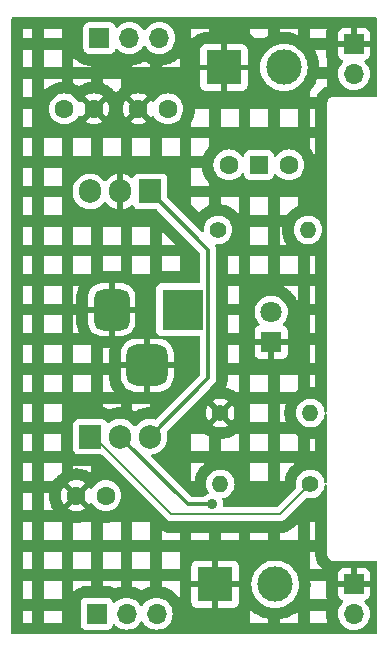
<source format=gbl>
%TF.GenerationSoftware,KiCad,Pcbnew,8.0.1*%
%TF.CreationDate,2024-05-08T09:38:19-07:00*%
%TF.ProjectId,breadboard-power-supply,62726561-6462-46f6-9172-642d706f7765,rev?*%
%TF.SameCoordinates,Original*%
%TF.FileFunction,Copper,L2,Bot*%
%TF.FilePolarity,Positive*%
%FSLAX46Y46*%
G04 Gerber Fmt 4.6, Leading zero omitted, Abs format (unit mm)*
G04 Created by KiCad (PCBNEW 8.0.1) date 2024-05-08 09:38:19*
%MOMM*%
%LPD*%
G01*
G04 APERTURE LIST*
G04 Aperture macros list*
%AMRoundRect*
0 Rectangle with rounded corners*
0 $1 Rounding radius*
0 $2 $3 $4 $5 $6 $7 $8 $9 X,Y pos of 4 corners*
0 Add a 4 corners polygon primitive as box body*
4,1,4,$2,$3,$4,$5,$6,$7,$8,$9,$2,$3,0*
0 Add four circle primitives for the rounded corners*
1,1,$1+$1,$2,$3*
1,1,$1+$1,$4,$5*
1,1,$1+$1,$6,$7*
1,1,$1+$1,$8,$9*
0 Add four rect primitives between the rounded corners*
20,1,$1+$1,$2,$3,$4,$5,0*
20,1,$1+$1,$4,$5,$6,$7,0*
20,1,$1+$1,$6,$7,$8,$9,0*
20,1,$1+$1,$8,$9,$2,$3,0*%
G04 Aperture macros list end*
%TA.AperFunction,ComponentPad*%
%ADD10R,3.500000X3.500000*%
%TD*%
%TA.AperFunction,ComponentPad*%
%ADD11RoundRect,0.750000X-0.750000X-1.000000X0.750000X-1.000000X0.750000X1.000000X-0.750000X1.000000X0*%
%TD*%
%TA.AperFunction,ComponentPad*%
%ADD12RoundRect,0.875000X-0.875000X-0.875000X0.875000X-0.875000X0.875000X0.875000X-0.875000X0.875000X0*%
%TD*%
%TA.AperFunction,ComponentPad*%
%ADD13O,1.700000X1.700000*%
%TD*%
%TA.AperFunction,ComponentPad*%
%ADD14R,1.700000X1.700000*%
%TD*%
%TA.AperFunction,ComponentPad*%
%ADD15C,1.600000*%
%TD*%
%TA.AperFunction,ComponentPad*%
%ADD16C,3.000000*%
%TD*%
%TA.AperFunction,ComponentPad*%
%ADD17R,3.000000X3.000000*%
%TD*%
%TA.AperFunction,ComponentPad*%
%ADD18C,1.400000*%
%TD*%
%TA.AperFunction,ComponentPad*%
%ADD19O,1.400000X1.400000*%
%TD*%
%TA.AperFunction,ComponentPad*%
%ADD20R,1.905000X2.000000*%
%TD*%
%TA.AperFunction,ComponentPad*%
%ADD21O,1.905000X2.000000*%
%TD*%
%TA.AperFunction,ComponentPad*%
%ADD22C,1.800000*%
%TD*%
%TA.AperFunction,ComponentPad*%
%ADD23R,1.800000X1.800000*%
%TD*%
%TA.AperFunction,ComponentPad*%
%ADD24R,1.500000X1.500000*%
%TD*%
%TA.AperFunction,ViaPad*%
%ADD25C,0.900000*%
%TD*%
%TA.AperFunction,Conductor*%
%ADD26C,0.350000*%
%TD*%
%TA.AperFunction,Conductor*%
%ADD27C,0.200000*%
%TD*%
G04 APERTURE END LIST*
D10*
%TO.P,J6,1*%
%TO.N,/PWR_input*%
X81250000Y-77750000D03*
D11*
%TO.P,J6,2*%
%TO.N,GND*%
X75250000Y-77750000D03*
D12*
%TO.P,J6,3*%
X78250000Y-82450000D03*
%TD*%
D13*
%TO.P,J3,3,Pin_3*%
%TO.N,/5V*%
X79290000Y-54750000D03*
%TO.P,J3,2,Pin_2*%
%TO.N,/PWR_output*%
X76750000Y-54750000D03*
D14*
%TO.P,J3,1,Pin_1*%
%TO.N,/3.3V*%
X74210000Y-54750000D03*
%TD*%
D15*
%TO.P,C3,1*%
%TO.N,/3.3V*%
X74750000Y-93500000D03*
%TO.P,C3,2*%
%TO.N,GND*%
X72250000Y-93500000D03*
%TD*%
D16*
%TO.P,J7,2,Pin_2*%
%TO.N,/PWR_output*%
X89080000Y-101000000D03*
D17*
%TO.P,J7,1,Pin_1*%
%TO.N,GND*%
X84000000Y-101000000D03*
%TD*%
D18*
%TO.P,R1,1*%
%TO.N,Net-(D1-A)*%
X84250000Y-71000000D03*
D19*
%TO.P,R1,2*%
%TO.N,/12V*%
X91870000Y-71000000D03*
%TD*%
D13*
%TO.P,J4,3,Pin_3*%
%TO.N,/5V*%
X79055000Y-103500000D03*
%TO.P,J4,2,Pin_2*%
%TO.N,/PWR_output*%
X76515000Y-103500000D03*
D14*
%TO.P,J4,1,Pin_1*%
%TO.N,/3.3V*%
X73975000Y-103500000D03*
%TD*%
D15*
%TO.P,C1,1*%
%TO.N,/12V*%
X80000000Y-60750000D03*
%TO.P,C1,2*%
%TO.N,GND*%
X77500000Y-60750000D03*
%TD*%
D20*
%TO.P,U1,1,VI*%
%TO.N,/12V*%
X78500000Y-67750000D03*
D21*
%TO.P,U1,2,GND*%
%TO.N,GND*%
X75960000Y-67750000D03*
%TO.P,U1,3,VO*%
%TO.N,/5V*%
X73420000Y-67750000D03*
%TD*%
D22*
%TO.P,D1,2,A*%
%TO.N,Net-(D1-A)*%
X88750000Y-77960000D03*
D23*
%TO.P,D1,1,K*%
%TO.N,GND*%
X88750000Y-80500000D03*
%TD*%
D15*
%TO.P,C2,1*%
%TO.N,/5V*%
X71250000Y-60750000D03*
%TO.P,C2,2*%
%TO.N,GND*%
X73750000Y-60750000D03*
%TD*%
D18*
%TO.P,R3,1*%
%TO.N,GND*%
X84440000Y-86500000D03*
D19*
%TO.P,R3,2*%
%TO.N,Net-(U2-ADJ)*%
X92060000Y-86500000D03*
%TD*%
%TO.P,R2,2*%
%TO.N,/3.3V*%
X84440000Y-92500000D03*
D18*
%TO.P,R2,1*%
%TO.N,Net-(U2-ADJ)*%
X92060000Y-92500000D03*
%TD*%
D13*
%TO.P,J1,2,Pin_2*%
%TO.N,/PWR_output*%
X95750000Y-103515000D03*
D14*
%TO.P,J1,1,Pin_1*%
%TO.N,GND*%
X95750000Y-100975000D03*
%TD*%
D24*
%TO.P,SW1,1,1*%
%TO.N,/PWR_input*%
X87710000Y-65500000D03*
D15*
%TO.P,SW1,2,2*%
%TO.N,/12V*%
X90250000Y-65500000D03*
%TO.P,SW1,3,3*%
%TO.N,unconnected-(SW1-Pad3)*%
X85170000Y-65500000D03*
%TD*%
D16*
%TO.P,J5,2,Pin_2*%
%TO.N,/PWR_output*%
X89830000Y-57250000D03*
D17*
%TO.P,J5,1,Pin_1*%
%TO.N,GND*%
X84750000Y-57250000D03*
%TD*%
D20*
%TO.P,U2,1,ADJ*%
%TO.N,Net-(U2-ADJ)*%
X73420000Y-88500000D03*
D21*
%TO.P,U2,2,VO*%
%TO.N,/3.3V*%
X75960000Y-88500000D03*
%TO.P,U2,3,VI*%
%TO.N,/12V*%
X78500000Y-88500000D03*
%TD*%
D13*
%TO.P,J2,2,Pin_2*%
%TO.N,/PWR_output*%
X95750000Y-57790000D03*
D14*
%TO.P,J2,1,Pin_1*%
%TO.N,GND*%
X95750000Y-55250000D03*
%TD*%
D25*
%TO.N,/3.3V*%
X83750000Y-94250000D03*
%TD*%
D26*
%TO.N,/12V*%
X83425000Y-72675000D02*
X78500000Y-67750000D01*
X83425000Y-83575000D02*
X83425000Y-72675000D01*
X78500000Y-88500000D02*
X83425000Y-83575000D01*
D27*
%TO.N,Net-(U2-ADJ)*%
X80300000Y-95050000D02*
X89510000Y-95050000D01*
X89510000Y-95050000D02*
X92060000Y-92500000D01*
X73750000Y-88500000D02*
X80300000Y-95050000D01*
X73420000Y-88500000D02*
X73750000Y-88500000D01*
D26*
%TO.N,/3.3V*%
X81710000Y-94250000D02*
X75960000Y-88500000D01*
X83750000Y-94250000D02*
X81710000Y-94250000D01*
%TD*%
%TA.AperFunction,Conductor*%
%TO.N,GND*%
G36*
X97692539Y-53020185D02*
G01*
X97738294Y-53072989D01*
X97749500Y-53124500D01*
X97749500Y-59625500D01*
X97729815Y-59692539D01*
X97677011Y-59738294D01*
X97625500Y-59749500D01*
X93934108Y-59749500D01*
X93806812Y-59783608D01*
X93692686Y-59849500D01*
X93692683Y-59849502D01*
X93599502Y-59942683D01*
X93599500Y-59942686D01*
X93533608Y-60056812D01*
X93499500Y-60184108D01*
X93499500Y-86341637D01*
X93479815Y-86408676D01*
X93427011Y-86454431D01*
X93357853Y-86464375D01*
X93294297Y-86435350D01*
X93256523Y-86376572D01*
X93252029Y-86353078D01*
X93245115Y-86278464D01*
X93245114Y-86278462D01*
X93228460Y-86219930D01*
X93184229Y-86064472D01*
X93184224Y-86064461D01*
X93085061Y-85865316D01*
X93085056Y-85865308D01*
X92950979Y-85687761D01*
X92786562Y-85537876D01*
X92786560Y-85537874D01*
X92597404Y-85420754D01*
X92597398Y-85420752D01*
X92389940Y-85340382D01*
X92171243Y-85299500D01*
X91948757Y-85299500D01*
X91730060Y-85340382D01*
X91598864Y-85391207D01*
X91522601Y-85420752D01*
X91522595Y-85420754D01*
X91333439Y-85537874D01*
X91333437Y-85537876D01*
X91169020Y-85687761D01*
X91034943Y-85865308D01*
X91034938Y-85865316D01*
X90935775Y-86064461D01*
X90935769Y-86064476D01*
X90874885Y-86278462D01*
X90874884Y-86278464D01*
X90854357Y-86499999D01*
X90854357Y-86500000D01*
X90874884Y-86721535D01*
X90874885Y-86721537D01*
X90935769Y-86935523D01*
X90935775Y-86935538D01*
X91034938Y-87134683D01*
X91034943Y-87134691D01*
X91169020Y-87312238D01*
X91333437Y-87462123D01*
X91333439Y-87462125D01*
X91522595Y-87579245D01*
X91522596Y-87579245D01*
X91522599Y-87579247D01*
X91730060Y-87659618D01*
X91948757Y-87700500D01*
X91948759Y-87700500D01*
X92171241Y-87700500D01*
X92171243Y-87700500D01*
X92389940Y-87659618D01*
X92597401Y-87579247D01*
X92786562Y-87462124D01*
X92950981Y-87312236D01*
X93085058Y-87134689D01*
X93184229Y-86935528D01*
X93245115Y-86721536D01*
X93252029Y-86646921D01*
X93277815Y-86581984D01*
X93334615Y-86541296D01*
X93404396Y-86537776D01*
X93465003Y-86572541D01*
X93497193Y-86634554D01*
X93499500Y-86658362D01*
X93499500Y-92341637D01*
X93479815Y-92408676D01*
X93427011Y-92454431D01*
X93357853Y-92464375D01*
X93294297Y-92435350D01*
X93256523Y-92376572D01*
X93252029Y-92353078D01*
X93245115Y-92278464D01*
X93245114Y-92278462D01*
X93243634Y-92273261D01*
X93184229Y-92064472D01*
X93184224Y-92064461D01*
X93085061Y-91865316D01*
X93085056Y-91865308D01*
X92950979Y-91687761D01*
X92786562Y-91537876D01*
X92786560Y-91537874D01*
X92597404Y-91420754D01*
X92597398Y-91420752D01*
X92389940Y-91340382D01*
X92171243Y-91299500D01*
X91948757Y-91299500D01*
X91730060Y-91340382D01*
X91598864Y-91391207D01*
X91522601Y-91420752D01*
X91522595Y-91420754D01*
X91333439Y-91537874D01*
X91333437Y-91537876D01*
X91169020Y-91687761D01*
X91034943Y-91865308D01*
X91034938Y-91865316D01*
X90935775Y-92064461D01*
X90935769Y-92064476D01*
X90874885Y-92278462D01*
X90874884Y-92278464D01*
X90854357Y-92499999D01*
X90854357Y-92500000D01*
X90874885Y-92721537D01*
X90880270Y-92740463D01*
X90879683Y-92810330D01*
X90848685Y-92862078D01*
X89297584Y-94413181D01*
X89236261Y-94446666D01*
X89209903Y-94449500D01*
X84822263Y-94449500D01*
X84755224Y-94429815D01*
X84709469Y-94377011D01*
X84698860Y-94313346D01*
X84700259Y-94299142D01*
X84705099Y-94250000D01*
X84686747Y-94063669D01*
X84632396Y-93884499D01*
X84615381Y-93852666D01*
X84601140Y-93784267D01*
X84626139Y-93719023D01*
X84682444Y-93677652D01*
X84701946Y-93672328D01*
X84769940Y-93659618D01*
X84977401Y-93579247D01*
X85166562Y-93462124D01*
X85330981Y-93312236D01*
X85465058Y-93134689D01*
X85564229Y-92935528D01*
X85625115Y-92721536D01*
X85645643Y-92500000D01*
X85641420Y-92454431D01*
X85625115Y-92278464D01*
X85625114Y-92278462D01*
X85623634Y-92273261D01*
X85564229Y-92064472D01*
X85564224Y-92064461D01*
X85465061Y-91865316D01*
X85465056Y-91865308D01*
X85330979Y-91687761D01*
X85166562Y-91537876D01*
X85166560Y-91537874D01*
X84977404Y-91420754D01*
X84977398Y-91420752D01*
X84769940Y-91340382D01*
X84551243Y-91299500D01*
X84328757Y-91299500D01*
X84110060Y-91340382D01*
X83978864Y-91391207D01*
X83902601Y-91420752D01*
X83902595Y-91420754D01*
X83713439Y-91537874D01*
X83713437Y-91537876D01*
X83549020Y-91687761D01*
X83414943Y-91865308D01*
X83414938Y-91865316D01*
X83315775Y-92064461D01*
X83315769Y-92064476D01*
X83254885Y-92278462D01*
X83254884Y-92278464D01*
X83234357Y-92499999D01*
X83234357Y-92500000D01*
X83254884Y-92721535D01*
X83254885Y-92721537D01*
X83315769Y-92935523D01*
X83315775Y-92935538D01*
X83414938Y-93134683D01*
X83414947Y-93134697D01*
X83445288Y-93174875D01*
X83469980Y-93240236D01*
X83455415Y-93308571D01*
X83406217Y-93358183D01*
X83390017Y-93365019D01*
X83390123Y-93365274D01*
X83384499Y-93367603D01*
X83219376Y-93455862D01*
X83219373Y-93455864D01*
X83109114Y-93546353D01*
X83044804Y-93573666D01*
X83030449Y-93574500D01*
X82041163Y-93574500D01*
X81974124Y-93554815D01*
X81953482Y-93538181D01*
X79163801Y-90748500D01*
X81998500Y-90748500D01*
X81998500Y-92171815D01*
X82077185Y-92250500D01*
X82255201Y-92250500D01*
X82263271Y-92163414D01*
X82263931Y-92157724D01*
X82268720Y-92123391D01*
X82269643Y-92117734D01*
X82278119Y-92072398D01*
X82279301Y-92066795D01*
X82287234Y-92033067D01*
X82288674Y-92027524D01*
X82362176Y-91769192D01*
X82363869Y-91763723D01*
X82374871Y-91730895D01*
X82376813Y-91725515D01*
X82393470Y-91682506D01*
X82395664Y-91677208D01*
X82409675Y-91645472D01*
X82412112Y-91640281D01*
X82531851Y-91399815D01*
X82534523Y-91394747D01*
X82551391Y-91364464D01*
X82554293Y-91359525D01*
X82578573Y-91320313D01*
X82581700Y-91315514D01*
X82601281Y-91286930D01*
X82604626Y-91282281D01*
X82766494Y-91067933D01*
X82770050Y-91063443D01*
X82792188Y-91036783D01*
X82795948Y-91032463D01*
X82827019Y-90998379D01*
X82830976Y-90994235D01*
X82855484Y-90969727D01*
X82859627Y-90965771D01*
X83058129Y-90784812D01*
X83062451Y-90781051D01*
X83089109Y-90758915D01*
X83093596Y-90755361D01*
X83102681Y-90748500D01*
X86998500Y-90748500D01*
X86998500Y-92250500D01*
X88500500Y-92250500D01*
X88500500Y-90748500D01*
X89498500Y-90748500D01*
X89498500Y-92250500D01*
X89875201Y-92250500D01*
X89883271Y-92163414D01*
X89883931Y-92157724D01*
X89888720Y-92123391D01*
X89889643Y-92117734D01*
X89898119Y-92072398D01*
X89899301Y-92066795D01*
X89907234Y-92033067D01*
X89908674Y-92027524D01*
X89982176Y-91769192D01*
X89983869Y-91763723D01*
X89994871Y-91730895D01*
X89996813Y-91725515D01*
X90013470Y-91682506D01*
X90015664Y-91677208D01*
X90029675Y-91645472D01*
X90032112Y-91640281D01*
X90151851Y-91399815D01*
X90154523Y-91394747D01*
X90171391Y-91364464D01*
X90174293Y-91359525D01*
X90198573Y-91320313D01*
X90201700Y-91315514D01*
X90221281Y-91286930D01*
X90224626Y-91282281D01*
X90386494Y-91067933D01*
X90390050Y-91063443D01*
X90412188Y-91036783D01*
X90415948Y-91032463D01*
X90447019Y-90998379D01*
X90450976Y-90994235D01*
X90475484Y-90969727D01*
X90479627Y-90965771D01*
X90678129Y-90784812D01*
X90682451Y-90781051D01*
X90709109Y-90758915D01*
X90713596Y-90755361D01*
X90722681Y-90748500D01*
X89498500Y-90748500D01*
X88500500Y-90748500D01*
X86998500Y-90748500D01*
X83102681Y-90748500D01*
X81998500Y-90748500D01*
X79163801Y-90748500D01*
X78615032Y-90199731D01*
X78581547Y-90138408D01*
X78586531Y-90068716D01*
X78628403Y-90012783D01*
X78683312Y-89989577D01*
X78840245Y-89964722D01*
X78840248Y-89964721D01*
X78840249Y-89964721D01*
X79057755Y-89894049D01*
X79057755Y-89894048D01*
X79057758Y-89894048D01*
X79261538Y-89790217D01*
X79446566Y-89655786D01*
X79608286Y-89494066D01*
X79742717Y-89309038D01*
X79846548Y-89105258D01*
X79917222Y-88887745D01*
X79953000Y-88661854D01*
X79953000Y-88338146D01*
X79938801Y-88248500D01*
X81998500Y-88248500D01*
X81998500Y-89750500D01*
X83500500Y-89750500D01*
X84498500Y-89750500D01*
X86000500Y-89750500D01*
X86000500Y-88248500D01*
X86998500Y-88248500D01*
X86998500Y-89750500D01*
X88500500Y-89750500D01*
X88500500Y-88248500D01*
X89498500Y-88248500D01*
X89498500Y-89750500D01*
X91000500Y-89750500D01*
X91998500Y-89750500D01*
X92501500Y-89750500D01*
X92501500Y-88654051D01*
X92331960Y-88685744D01*
X92326307Y-88686666D01*
X92291984Y-88691454D01*
X92286294Y-88692114D01*
X92240368Y-88696370D01*
X92234654Y-88696767D01*
X92200033Y-88698368D01*
X92194305Y-88698500D01*
X91998500Y-88698500D01*
X91998500Y-89750500D01*
X91000500Y-89750500D01*
X91000500Y-88429794D01*
X90788451Y-88298500D01*
X90783650Y-88295372D01*
X90755053Y-88275782D01*
X90750402Y-88272435D01*
X90718709Y-88248500D01*
X89498500Y-88248500D01*
X88500500Y-88248500D01*
X86998500Y-88248500D01*
X86000500Y-88248500D01*
X85791345Y-88248500D01*
X85482958Y-88439449D01*
X85478020Y-88442352D01*
X85447744Y-88459216D01*
X85442676Y-88461887D01*
X85401388Y-88482446D01*
X85396205Y-88484879D01*
X85364500Y-88498879D01*
X85359205Y-88501072D01*
X85108809Y-88598077D01*
X85103419Y-88600024D01*
X85070535Y-88611045D01*
X85065058Y-88612741D01*
X85020696Y-88625360D01*
X85015154Y-88626798D01*
X84981440Y-88634726D01*
X84975840Y-88635908D01*
X84711910Y-88685245D01*
X84706256Y-88686167D01*
X84671938Y-88690954D01*
X84666250Y-88691614D01*
X84620327Y-88695870D01*
X84614612Y-88696267D01*
X84579988Y-88697868D01*
X84574260Y-88698000D01*
X84498500Y-88698000D01*
X84498500Y-89750500D01*
X83500500Y-89750500D01*
X83500500Y-88492256D01*
X83483798Y-88484882D01*
X83478610Y-88482447D01*
X83437322Y-88461887D01*
X83432256Y-88459216D01*
X83401982Y-88442353D01*
X83397044Y-88439452D01*
X83088650Y-88248500D01*
X81998500Y-88248500D01*
X79938801Y-88248500D01*
X79917222Y-88112255D01*
X79917221Y-88112251D01*
X79916963Y-88110623D01*
X79925917Y-88041330D01*
X79951752Y-88003547D01*
X80448419Y-87506880D01*
X83786672Y-87506880D01*
X83902821Y-87578797D01*
X83902822Y-87578798D01*
X84110195Y-87659134D01*
X84328807Y-87700000D01*
X84551193Y-87700000D01*
X84769809Y-87659133D01*
X84977168Y-87578801D01*
X84977181Y-87578795D01*
X85093326Y-87506879D01*
X84440001Y-86853553D01*
X84440000Y-86853553D01*
X83786672Y-87506879D01*
X83786672Y-87506880D01*
X80448419Y-87506880D01*
X81455300Y-86500000D01*
X83234859Y-86500000D01*
X83255378Y-86721439D01*
X83316240Y-86935350D01*
X83415369Y-87134428D01*
X83431137Y-87155308D01*
X83431138Y-87155308D01*
X84040369Y-86546078D01*
X84090000Y-86546078D01*
X84113852Y-86635095D01*
X84159930Y-86714905D01*
X84225095Y-86780070D01*
X84304905Y-86826148D01*
X84393922Y-86850000D01*
X84486078Y-86850000D01*
X84575095Y-86826148D01*
X84654905Y-86780070D01*
X84720070Y-86714905D01*
X84766148Y-86635095D01*
X84790000Y-86546078D01*
X84790000Y-86500000D01*
X84793553Y-86500000D01*
X85448861Y-87155308D01*
X85464631Y-87134425D01*
X85464633Y-87134422D01*
X85563759Y-86935350D01*
X85624621Y-86721439D01*
X85645141Y-86500000D01*
X85645141Y-86499999D01*
X85624621Y-86278560D01*
X85563759Y-86064649D01*
X85464635Y-85865580D01*
X85464630Y-85865572D01*
X85448860Y-85844690D01*
X84793553Y-86499999D01*
X84793553Y-86500000D01*
X84790000Y-86500000D01*
X84790000Y-86453922D01*
X84766148Y-86364905D01*
X84720070Y-86285095D01*
X84654905Y-86219930D01*
X84575095Y-86173852D01*
X84486078Y-86150000D01*
X84393922Y-86150000D01*
X84304905Y-86173852D01*
X84225095Y-86219930D01*
X84159930Y-86285095D01*
X84113852Y-86364905D01*
X84090000Y-86453922D01*
X84090000Y-86546078D01*
X84040369Y-86546078D01*
X84086447Y-86500000D01*
X83431138Y-85844691D01*
X83431137Y-85844691D01*
X83415368Y-85865574D01*
X83316240Y-86064649D01*
X83255378Y-86278560D01*
X83234859Y-86499999D01*
X83234859Y-86500000D01*
X81455300Y-86500000D01*
X82462181Y-85493119D01*
X83786671Y-85493119D01*
X84440000Y-86146447D01*
X84440001Y-86146447D01*
X84837947Y-85748500D01*
X86998500Y-85748500D01*
X86998500Y-87250500D01*
X88500500Y-87250500D01*
X88500500Y-85748500D01*
X89498500Y-85748500D01*
X89498500Y-87250500D01*
X89988636Y-87250500D01*
X89983869Y-87236277D01*
X89982176Y-87230808D01*
X89908674Y-86972476D01*
X89907234Y-86966933D01*
X89899301Y-86933205D01*
X89898119Y-86927602D01*
X89889643Y-86882266D01*
X89888720Y-86876609D01*
X89883931Y-86842276D01*
X89883271Y-86836587D01*
X89858486Y-86569121D01*
X89858089Y-86563404D01*
X89856489Y-86528786D01*
X89856357Y-86523061D01*
X89856357Y-86476939D01*
X89856489Y-86471214D01*
X89858089Y-86436596D01*
X89858486Y-86430879D01*
X89883271Y-86163413D01*
X89883931Y-86157724D01*
X89888720Y-86123391D01*
X89889643Y-86117734D01*
X89898119Y-86072398D01*
X89899301Y-86066795D01*
X89907234Y-86033067D01*
X89908674Y-86027524D01*
X89982176Y-85769192D01*
X89983869Y-85763723D01*
X89988971Y-85748500D01*
X89498500Y-85748500D01*
X88500500Y-85748500D01*
X86998500Y-85748500D01*
X84837947Y-85748500D01*
X85093327Y-85493119D01*
X84977178Y-85421202D01*
X84977177Y-85421201D01*
X84769804Y-85340865D01*
X84551193Y-85300000D01*
X84328807Y-85300000D01*
X84110195Y-85340865D01*
X83902824Y-85421200D01*
X83902823Y-85421201D01*
X83786671Y-85493119D01*
X82462181Y-85493119D01*
X83603336Y-84351965D01*
X84910970Y-84351965D01*
X84975840Y-84364092D01*
X84981440Y-84365274D01*
X85015154Y-84373202D01*
X85020696Y-84374640D01*
X85065058Y-84387259D01*
X85070534Y-84388955D01*
X85103416Y-84399975D01*
X85108807Y-84401921D01*
X85359203Y-84498925D01*
X85364495Y-84501118D01*
X85396202Y-84515118D01*
X85401391Y-84517553D01*
X85442678Y-84538113D01*
X85447742Y-84540783D01*
X85478017Y-84557646D01*
X85482956Y-84560548D01*
X85789736Y-84750500D01*
X86000500Y-84750500D01*
X86000500Y-83248500D01*
X86998500Y-83248500D01*
X86998500Y-84750500D01*
X88500500Y-84750500D01*
X88500500Y-83248500D01*
X89498500Y-83248500D01*
X89498500Y-84750500D01*
X90720033Y-84750500D01*
X90750402Y-84727565D01*
X90755053Y-84724218D01*
X90783650Y-84704628D01*
X90788451Y-84701500D01*
X91000500Y-84570205D01*
X91000500Y-83248500D01*
X91998500Y-83248500D01*
X91998500Y-84301500D01*
X92194305Y-84301500D01*
X92200033Y-84301632D01*
X92234654Y-84303233D01*
X92240368Y-84303630D01*
X92286294Y-84307886D01*
X92291984Y-84308546D01*
X92326307Y-84313334D01*
X92331960Y-84314256D01*
X92501500Y-84345948D01*
X92501500Y-83248500D01*
X91998500Y-83248500D01*
X91000500Y-83248500D01*
X89498500Y-83248500D01*
X88500500Y-83248500D01*
X86998500Y-83248500D01*
X86000500Y-83248500D01*
X85098500Y-83248500D01*
X85098500Y-83666033D01*
X85098351Y-83672115D01*
X85096545Y-83708890D01*
X85096097Y-83714961D01*
X85091294Y-83763731D01*
X85090549Y-83769774D01*
X85085145Y-83806201D01*
X85084104Y-83812196D01*
X85048583Y-83990772D01*
X85047250Y-83996709D01*
X85038301Y-84032437D01*
X85036677Y-84038307D01*
X85022450Y-84085203D01*
X85020541Y-84090980D01*
X85008138Y-84125643D01*
X85005948Y-84131321D01*
X84936276Y-84299522D01*
X84933811Y-84305084D01*
X84918072Y-84338363D01*
X84915335Y-84343799D01*
X84910970Y-84351965D01*
X83603336Y-84351965D01*
X83949695Y-84005606D01*
X84023620Y-83894969D01*
X84074541Y-83772036D01*
X84100500Y-83641531D01*
X84100500Y-83508469D01*
X84100500Y-80748500D01*
X85098500Y-80748500D01*
X85098500Y-82250500D01*
X86000500Y-82250500D01*
X86000500Y-80748500D01*
X85098500Y-80748500D01*
X84100500Y-80748500D01*
X84100500Y-78248500D01*
X85098500Y-78248500D01*
X85098500Y-79750500D01*
X86000500Y-79750500D01*
X86000500Y-78248500D01*
X85098500Y-78248500D01*
X84100500Y-78248500D01*
X84100500Y-77960006D01*
X87344700Y-77960006D01*
X87363864Y-78191297D01*
X87363866Y-78191308D01*
X87420842Y-78416300D01*
X87514075Y-78628848D01*
X87641018Y-78823150D01*
X87736167Y-78926510D01*
X87767089Y-78989164D01*
X87759228Y-79058590D01*
X87715081Y-79112746D01*
X87688271Y-79126674D01*
X87607911Y-79156646D01*
X87607906Y-79156649D01*
X87492812Y-79242809D01*
X87492809Y-79242812D01*
X87406649Y-79357906D01*
X87406645Y-79357913D01*
X87356403Y-79492620D01*
X87356401Y-79492627D01*
X87350000Y-79552155D01*
X87350000Y-80250000D01*
X88374722Y-80250000D01*
X88330667Y-80326306D01*
X88300000Y-80440756D01*
X88300000Y-80559244D01*
X88330667Y-80673694D01*
X88374722Y-80750000D01*
X87350000Y-80750000D01*
X87350000Y-81447844D01*
X87356401Y-81507372D01*
X87356403Y-81507379D01*
X87406645Y-81642086D01*
X87406649Y-81642093D01*
X87492809Y-81757187D01*
X87492812Y-81757190D01*
X87607906Y-81843350D01*
X87607913Y-81843354D01*
X87742620Y-81893596D01*
X87742627Y-81893598D01*
X87802155Y-81899999D01*
X87802172Y-81900000D01*
X88500000Y-81900000D01*
X88500000Y-80875277D01*
X88576306Y-80919333D01*
X88690756Y-80950000D01*
X88809244Y-80950000D01*
X88923694Y-80919333D01*
X89000000Y-80875277D01*
X89000000Y-81900000D01*
X89697828Y-81900000D01*
X89697844Y-81899999D01*
X89757372Y-81893598D01*
X89757379Y-81893596D01*
X89892086Y-81843354D01*
X89892093Y-81843350D01*
X90007187Y-81757190D01*
X90007190Y-81757187D01*
X90093350Y-81642093D01*
X90093354Y-81642086D01*
X90143596Y-81507379D01*
X90143598Y-81507372D01*
X90149999Y-81447844D01*
X90150000Y-81447827D01*
X90150000Y-80750000D01*
X89125278Y-80750000D01*
X89126144Y-80748500D01*
X91998500Y-80748500D01*
X91998500Y-82250500D01*
X92501500Y-82250500D01*
X92501500Y-80748500D01*
X91998500Y-80748500D01*
X89126144Y-80748500D01*
X89169333Y-80673694D01*
X89200000Y-80559244D01*
X89200000Y-80440756D01*
X89169333Y-80326306D01*
X89125278Y-80250000D01*
X90150000Y-80250000D01*
X90150000Y-79552172D01*
X90149999Y-79552155D01*
X90143598Y-79492627D01*
X90143596Y-79492620D01*
X90093354Y-79357913D01*
X90093350Y-79357906D01*
X90007190Y-79242812D01*
X90007187Y-79242809D01*
X89892093Y-79156649D01*
X89892086Y-79156645D01*
X89811729Y-79126674D01*
X89755795Y-79084803D01*
X89731378Y-79019338D01*
X89746230Y-78951065D01*
X89763826Y-78926516D01*
X89858979Y-78823153D01*
X89985924Y-78628849D01*
X90079157Y-78416300D01*
X90121650Y-78248500D01*
X91998500Y-78248500D01*
X91998500Y-79750500D01*
X92501500Y-79750500D01*
X92501500Y-78248500D01*
X91998500Y-78248500D01*
X90121650Y-78248500D01*
X90136134Y-78191305D01*
X90155300Y-77960000D01*
X90155300Y-77959993D01*
X90136135Y-77728702D01*
X90136133Y-77728691D01*
X90079157Y-77503699D01*
X89985924Y-77291151D01*
X89858983Y-77096852D01*
X89858980Y-77096849D01*
X89858979Y-77096847D01*
X89701784Y-76926087D01*
X89701779Y-76926083D01*
X89701777Y-76926081D01*
X89518634Y-76783535D01*
X89518628Y-76783531D01*
X89314504Y-76673064D01*
X89314495Y-76673061D01*
X89094984Y-76597702D01*
X88923282Y-76569050D01*
X88866049Y-76559500D01*
X88633951Y-76559500D01*
X88588164Y-76567140D01*
X88405015Y-76597702D01*
X88185504Y-76673061D01*
X88185495Y-76673064D01*
X87981371Y-76783531D01*
X87981365Y-76783535D01*
X87798222Y-76926081D01*
X87798219Y-76926084D01*
X87641016Y-77096852D01*
X87514075Y-77291151D01*
X87420842Y-77503699D01*
X87363866Y-77728691D01*
X87363864Y-77728702D01*
X87344700Y-77959993D01*
X87344700Y-77960006D01*
X84100500Y-77960006D01*
X84100500Y-75748500D01*
X85098500Y-75748500D01*
X85098500Y-77250500D01*
X86000500Y-77250500D01*
X86000500Y-75748500D01*
X89690808Y-75748500D01*
X89691761Y-75748872D01*
X89696491Y-75750831D01*
X89734279Y-75767405D01*
X89738933Y-75769562D01*
X89766795Y-75783183D01*
X89771352Y-75785528D01*
X90011766Y-75915634D01*
X90016221Y-75918166D01*
X90042853Y-75934035D01*
X90047199Y-75936747D01*
X90081744Y-75959315D01*
X90085978Y-75962208D01*
X90111217Y-75980228D01*
X90115326Y-75983293D01*
X90331054Y-76151201D01*
X90335034Y-76154433D01*
X90358704Y-76174481D01*
X90362547Y-76177874D01*
X90392905Y-76205822D01*
X90396603Y-76209371D01*
X90418521Y-76231290D01*
X90422068Y-76234986D01*
X90607195Y-76436089D01*
X90610584Y-76439927D01*
X90630602Y-76463560D01*
X90633829Y-76467534D01*
X90659177Y-76500095D01*
X90662246Y-76504209D01*
X90680284Y-76529471D01*
X90683178Y-76533706D01*
X90832701Y-76762568D01*
X90835414Y-76766915D01*
X90851285Y-76793549D01*
X90853819Y-76798008D01*
X90873458Y-76834299D01*
X90875801Y-76838851D01*
X90889421Y-76866709D01*
X90891578Y-76871363D01*
X91000500Y-77119681D01*
X91000500Y-75748500D01*
X91998500Y-75748500D01*
X91998500Y-77250500D01*
X92501500Y-77250500D01*
X92501500Y-75748500D01*
X91998500Y-75748500D01*
X91000500Y-75748500D01*
X89690808Y-75748500D01*
X86000500Y-75748500D01*
X85098500Y-75748500D01*
X84100500Y-75748500D01*
X84100500Y-73248500D01*
X85098500Y-73248500D01*
X85098500Y-74750500D01*
X86000500Y-74750500D01*
X86000500Y-73248500D01*
X86998500Y-73248500D01*
X86998500Y-74750500D01*
X88500500Y-74750500D01*
X88500500Y-73248500D01*
X89498500Y-73248500D01*
X89498500Y-74750500D01*
X91000500Y-74750500D01*
X91000500Y-73248500D01*
X91998500Y-73248500D01*
X91998500Y-74750500D01*
X92501500Y-74750500D01*
X92501500Y-73248500D01*
X91998500Y-73248500D01*
X91000500Y-73248500D01*
X89498500Y-73248500D01*
X88500500Y-73248500D01*
X86998500Y-73248500D01*
X86000500Y-73248500D01*
X85098500Y-73248500D01*
X84100500Y-73248500D01*
X84100500Y-72608469D01*
X84074541Y-72477964D01*
X84074539Y-72477959D01*
X84030630Y-72371952D01*
X84023161Y-72302483D01*
X84054436Y-72240004D01*
X84114525Y-72204352D01*
X84145191Y-72200500D01*
X84361241Y-72200500D01*
X84361243Y-72200500D01*
X84579940Y-72159618D01*
X84787401Y-72079247D01*
X84976562Y-71962124D01*
X85140981Y-71812236D01*
X85275058Y-71634689D01*
X85374229Y-71435528D01*
X85435115Y-71221536D01*
X85455643Y-71000000D01*
X85435115Y-70778464D01*
X85426590Y-70748500D01*
X86998500Y-70748500D01*
X86998500Y-72250500D01*
X88500500Y-72250500D01*
X88500500Y-70748500D01*
X89498500Y-70748500D01*
X89498500Y-72250500D01*
X90059381Y-72250500D01*
X90034626Y-72217719D01*
X90031281Y-72213070D01*
X90011700Y-72184486D01*
X90008573Y-72179687D01*
X89984293Y-72140475D01*
X89981391Y-72135536D01*
X89964523Y-72105253D01*
X89961851Y-72100185D01*
X89842112Y-71859719D01*
X89839675Y-71854528D01*
X89825664Y-71822792D01*
X89823470Y-71817494D01*
X89806813Y-71774485D01*
X89804871Y-71769105D01*
X89793869Y-71736277D01*
X89792176Y-71730808D01*
X89718674Y-71472476D01*
X89717234Y-71466933D01*
X89709301Y-71433205D01*
X89708119Y-71427602D01*
X89699643Y-71382266D01*
X89698720Y-71376609D01*
X89693931Y-71342276D01*
X89693271Y-71336587D01*
X89668486Y-71069121D01*
X89668089Y-71063404D01*
X89666489Y-71028786D01*
X89666357Y-71023061D01*
X89666357Y-71000000D01*
X90664357Y-71000000D01*
X90684884Y-71221535D01*
X90684885Y-71221537D01*
X90745769Y-71435523D01*
X90745775Y-71435538D01*
X90844938Y-71634683D01*
X90844943Y-71634691D01*
X90979020Y-71812238D01*
X91143437Y-71962123D01*
X91143439Y-71962125D01*
X91332595Y-72079245D01*
X91332596Y-72079245D01*
X91332599Y-72079247D01*
X91540060Y-72159618D01*
X91758757Y-72200500D01*
X91758759Y-72200500D01*
X91981241Y-72200500D01*
X91981243Y-72200500D01*
X92199940Y-72159618D01*
X92407401Y-72079247D01*
X92596562Y-71962124D01*
X92760981Y-71812236D01*
X92895058Y-71634689D01*
X92994229Y-71435528D01*
X93055115Y-71221536D01*
X93075643Y-71000000D01*
X93055115Y-70778464D01*
X92994229Y-70564472D01*
X92994224Y-70564461D01*
X92895061Y-70365316D01*
X92895056Y-70365308D01*
X92760979Y-70187761D01*
X92596562Y-70037876D01*
X92596560Y-70037874D01*
X92407404Y-69920754D01*
X92407398Y-69920752D01*
X92199940Y-69840382D01*
X91981243Y-69799500D01*
X91758757Y-69799500D01*
X91540060Y-69840382D01*
X91408864Y-69891207D01*
X91332601Y-69920752D01*
X91332595Y-69920754D01*
X91143439Y-70037874D01*
X91143437Y-70037876D01*
X90979020Y-70187761D01*
X90844943Y-70365308D01*
X90844938Y-70365316D01*
X90745775Y-70564461D01*
X90745769Y-70564476D01*
X90684885Y-70778462D01*
X90684884Y-70778464D01*
X90664357Y-70999999D01*
X90664357Y-71000000D01*
X89666357Y-71000000D01*
X89666357Y-70976939D01*
X89666489Y-70971214D01*
X89668089Y-70936596D01*
X89668486Y-70930879D01*
X89685386Y-70748500D01*
X89498500Y-70748500D01*
X88500500Y-70748500D01*
X86998500Y-70748500D01*
X85426590Y-70748500D01*
X85374229Y-70564472D01*
X85374224Y-70564461D01*
X85275061Y-70365316D01*
X85275056Y-70365308D01*
X85140979Y-70187761D01*
X84976562Y-70037876D01*
X84976560Y-70037874D01*
X84787404Y-69920754D01*
X84787398Y-69920752D01*
X84579940Y-69840382D01*
X84361243Y-69799500D01*
X84138757Y-69799500D01*
X83920060Y-69840382D01*
X83788864Y-69891207D01*
X83712601Y-69920752D01*
X83712595Y-69920754D01*
X83523439Y-70037874D01*
X83523437Y-70037876D01*
X83359020Y-70187761D01*
X83224943Y-70365308D01*
X83224938Y-70365316D01*
X83125775Y-70564461D01*
X83125769Y-70564476D01*
X83064885Y-70778462D01*
X83064884Y-70778464D01*
X83044357Y-70999999D01*
X83044357Y-71000002D01*
X83047296Y-71031722D01*
X83033881Y-71100291D01*
X82985523Y-71150723D01*
X82917577Y-71167004D01*
X82851615Y-71143967D01*
X82836144Y-71130843D01*
X79989318Y-68284017D01*
X79969924Y-68248500D01*
X81998500Y-68248500D01*
X81998500Y-68881815D01*
X82626549Y-69509864D01*
X82637019Y-69498379D01*
X82640976Y-69494235D01*
X82665484Y-69469727D01*
X82669627Y-69465771D01*
X82868129Y-69284812D01*
X82872451Y-69281051D01*
X82899109Y-69258915D01*
X82903596Y-69255361D01*
X82940402Y-69227565D01*
X82945053Y-69224218D01*
X82973650Y-69204628D01*
X82978451Y-69201500D01*
X83206821Y-69060100D01*
X83211757Y-69057199D01*
X83242016Y-69040344D01*
X83247080Y-69037674D01*
X83288365Y-69017114D01*
X83293553Y-69014679D01*
X83325274Y-69000672D01*
X83330569Y-68998478D01*
X83500500Y-68932646D01*
X83500500Y-68248500D01*
X84498500Y-68248500D01*
X84498500Y-68810849D01*
X84516307Y-68813334D01*
X84521960Y-68814256D01*
X84785996Y-68863613D01*
X84791604Y-68864796D01*
X84825346Y-68872733D01*
X84830888Y-68874173D01*
X84875248Y-68886795D01*
X84880722Y-68888490D01*
X84913572Y-68899501D01*
X84918957Y-68901445D01*
X85169431Y-68998478D01*
X85174726Y-69000672D01*
X85206447Y-69014679D01*
X85211635Y-69017114D01*
X85252920Y-69037674D01*
X85257984Y-69040344D01*
X85288243Y-69057199D01*
X85293179Y-69060100D01*
X85521549Y-69201500D01*
X85526350Y-69204628D01*
X85554947Y-69224218D01*
X85559598Y-69227565D01*
X85596404Y-69255361D01*
X85600891Y-69258915D01*
X85627549Y-69281051D01*
X85631871Y-69284812D01*
X85830373Y-69465771D01*
X85834516Y-69469727D01*
X85859024Y-69494235D01*
X85862981Y-69498379D01*
X85894052Y-69532463D01*
X85897812Y-69536783D01*
X85919950Y-69563443D01*
X85923506Y-69567933D01*
X86000500Y-69669889D01*
X86000500Y-68248500D01*
X86998500Y-68248500D01*
X86998500Y-69750500D01*
X88500500Y-69750500D01*
X88500500Y-68248500D01*
X89498500Y-68248500D01*
X89498500Y-69750500D01*
X90058626Y-69750500D01*
X90196494Y-69567933D01*
X90200050Y-69563443D01*
X90222188Y-69536783D01*
X90225948Y-69532463D01*
X90257019Y-69498379D01*
X90260976Y-69494235D01*
X90285484Y-69469727D01*
X90289627Y-69465771D01*
X90488129Y-69284812D01*
X90492451Y-69281051D01*
X90519109Y-69258915D01*
X90523596Y-69255361D01*
X90560402Y-69227565D01*
X90565053Y-69224218D01*
X90593650Y-69204628D01*
X90598451Y-69201500D01*
X90826821Y-69060100D01*
X90831757Y-69057199D01*
X90862016Y-69040344D01*
X90867080Y-69037674D01*
X90908365Y-69017114D01*
X90913553Y-69014679D01*
X90945274Y-69000672D01*
X90950569Y-68998478D01*
X91000500Y-68979134D01*
X91000500Y-68248500D01*
X89498500Y-68248500D01*
X88500500Y-68248500D01*
X86998500Y-68248500D01*
X86000500Y-68248500D01*
X84498500Y-68248500D01*
X83500500Y-68248500D01*
X81998500Y-68248500D01*
X79969924Y-68248500D01*
X79955833Y-68222694D01*
X79952999Y-68196336D01*
X79952999Y-66702129D01*
X79952998Y-66702123D01*
X79946591Y-66642516D01*
X79896297Y-66507671D01*
X79896293Y-66507664D01*
X79810047Y-66392455D01*
X79810044Y-66392452D01*
X79694835Y-66306206D01*
X79694828Y-66306202D01*
X79559982Y-66255908D01*
X79559983Y-66255908D01*
X79500383Y-66249501D01*
X79500381Y-66249500D01*
X79500373Y-66249500D01*
X79500364Y-66249500D01*
X77499629Y-66249500D01*
X77499623Y-66249501D01*
X77440016Y-66255908D01*
X77305171Y-66306202D01*
X77305164Y-66306206D01*
X77189955Y-66392452D01*
X77189952Y-66392455D01*
X77103706Y-66507664D01*
X77103702Y-66507671D01*
X77093127Y-66536026D01*
X77051256Y-66591960D01*
X76985791Y-66616377D01*
X76917518Y-66601525D01*
X76904060Y-66593011D01*
X76721279Y-66460213D01*
X76517568Y-66356417D01*
X76300124Y-66285765D01*
X76210000Y-66271490D01*
X76210000Y-67259252D01*
X76172292Y-67237482D01*
X76032409Y-67200000D01*
X75887591Y-67200000D01*
X75747708Y-67237482D01*
X75710000Y-67259252D01*
X75710000Y-66271490D01*
X75709999Y-66271490D01*
X75619875Y-66285765D01*
X75402431Y-66356417D01*
X75198723Y-66460211D01*
X75013757Y-66594597D01*
X74852097Y-66756257D01*
X74790627Y-66840864D01*
X74735297Y-66883529D01*
X74665684Y-66889508D01*
X74603889Y-66856902D01*
X74589991Y-66840864D01*
X74528286Y-66755934D01*
X74366566Y-66594214D01*
X74181538Y-66459783D01*
X73977755Y-66355950D01*
X73760248Y-66285278D01*
X73574812Y-66255908D01*
X73534354Y-66249500D01*
X73305646Y-66249500D01*
X73265188Y-66255908D01*
X73079753Y-66285278D01*
X73079750Y-66285278D01*
X72862244Y-66355950D01*
X72658461Y-66459783D01*
X72592550Y-66507671D01*
X72473434Y-66594214D01*
X72473432Y-66594216D01*
X72473431Y-66594216D01*
X72311716Y-66755931D01*
X72311716Y-66755932D01*
X72311714Y-66755934D01*
X72253980Y-66835396D01*
X72177283Y-66940961D01*
X72073450Y-67144744D01*
X72002778Y-67362250D01*
X72002778Y-67362253D01*
X71967000Y-67588146D01*
X71967000Y-67911853D01*
X72002778Y-68137746D01*
X72002778Y-68137749D01*
X72073450Y-68355255D01*
X72073452Y-68355258D01*
X72177283Y-68559038D01*
X72311714Y-68744066D01*
X72473434Y-68905786D01*
X72658462Y-69040217D01*
X72697485Y-69060100D01*
X72862244Y-69144049D01*
X73079751Y-69214721D01*
X73079752Y-69214721D01*
X73079755Y-69214722D01*
X73305646Y-69250500D01*
X73305647Y-69250500D01*
X73534353Y-69250500D01*
X73534354Y-69250500D01*
X73760245Y-69214722D01*
X73760248Y-69214721D01*
X73760249Y-69214721D01*
X73977755Y-69144049D01*
X73977755Y-69144048D01*
X73977758Y-69144048D01*
X74181538Y-69040217D01*
X74366566Y-68905786D01*
X74528286Y-68744066D01*
X74589992Y-68659134D01*
X74645319Y-68616470D01*
X74714932Y-68610491D01*
X74776727Y-68643096D01*
X74790626Y-68659135D01*
X74852097Y-68743741D01*
X74852097Y-68743742D01*
X75013757Y-68905402D01*
X75198723Y-69039788D01*
X75402429Y-69143582D01*
X75619871Y-69214234D01*
X75710000Y-69228509D01*
X75710000Y-68240747D01*
X75747708Y-68262518D01*
X75887591Y-68300000D01*
X76032409Y-68300000D01*
X76172292Y-68262518D01*
X76210000Y-68240747D01*
X76210000Y-69228508D01*
X76300128Y-69214234D01*
X76517570Y-69143582D01*
X76721276Y-69039788D01*
X76904059Y-68906988D01*
X76969865Y-68883508D01*
X77037919Y-68899333D01*
X77086614Y-68949439D01*
X77093127Y-68963974D01*
X77103701Y-68992326D01*
X77103706Y-68992335D01*
X77189952Y-69107544D01*
X77189955Y-69107547D01*
X77305164Y-69193793D01*
X77305171Y-69193797D01*
X77440017Y-69244091D01*
X77440016Y-69244091D01*
X77446944Y-69244835D01*
X77499627Y-69250500D01*
X78993836Y-69250499D01*
X79060875Y-69270184D01*
X79081517Y-69286818D01*
X82713181Y-72918482D01*
X82746666Y-72979805D01*
X82749500Y-73006163D01*
X82749500Y-75375500D01*
X82729815Y-75442539D01*
X82677011Y-75488294D01*
X82625500Y-75499500D01*
X79452129Y-75499500D01*
X79452123Y-75499501D01*
X79392516Y-75505908D01*
X79257671Y-75556202D01*
X79257664Y-75556206D01*
X79142455Y-75642452D01*
X79142452Y-75642455D01*
X79056206Y-75757664D01*
X79056202Y-75757671D01*
X79005908Y-75892517D01*
X78999501Y-75952116D01*
X78999500Y-75952135D01*
X78999500Y-79547870D01*
X78999501Y-79547876D01*
X79005908Y-79607483D01*
X79056202Y-79742328D01*
X79056206Y-79742335D01*
X79142452Y-79857544D01*
X79142455Y-79857547D01*
X79257664Y-79943793D01*
X79257673Y-79943798D01*
X79306506Y-79962011D01*
X79362440Y-80003881D01*
X79386858Y-80069345D01*
X79372007Y-80137618D01*
X79322603Y-80187024D01*
X79256598Y-80202018D01*
X79218625Y-80200001D01*
X79218579Y-80200000D01*
X78500000Y-80200000D01*
X78500000Y-81950000D01*
X78000000Y-81950000D01*
X78000000Y-80200000D01*
X77281423Y-80200000D01*
X77281411Y-80200001D01*
X77228808Y-80202794D01*
X76999012Y-80247237D01*
X76780024Y-80329879D01*
X76578158Y-80448339D01*
X76578151Y-80448344D01*
X76399213Y-80599211D01*
X76399211Y-80599213D01*
X76248344Y-80778151D01*
X76248339Y-80778158D01*
X76129879Y-80980024D01*
X76047237Y-81199012D01*
X76002794Y-81428808D01*
X76002794Y-81428809D01*
X76000001Y-81481382D01*
X76000000Y-81481421D01*
X76000000Y-82200000D01*
X76816988Y-82200000D01*
X76784075Y-82257007D01*
X76750000Y-82384174D01*
X76750000Y-82515826D01*
X76784075Y-82642993D01*
X76816988Y-82700000D01*
X76000001Y-82700000D01*
X76000001Y-83418588D01*
X76002794Y-83471191D01*
X76047237Y-83700987D01*
X76129879Y-83919975D01*
X76248339Y-84121841D01*
X76248344Y-84121848D01*
X76399211Y-84300786D01*
X76399213Y-84300788D01*
X76578151Y-84451655D01*
X76578158Y-84451660D01*
X76780024Y-84570120D01*
X76999012Y-84652762D01*
X77228809Y-84697205D01*
X77281382Y-84699998D01*
X77281421Y-84699999D01*
X77999999Y-84699999D01*
X78000000Y-84699998D01*
X78000000Y-82950000D01*
X78500000Y-82950000D01*
X78500000Y-84699999D01*
X79218576Y-84699999D01*
X79218588Y-84699998D01*
X79271191Y-84697205D01*
X79500987Y-84652762D01*
X79719975Y-84570120D01*
X79921841Y-84451660D01*
X79921848Y-84451655D01*
X80100786Y-84300788D01*
X80100788Y-84300786D01*
X80251655Y-84121848D01*
X80251660Y-84121841D01*
X80370120Y-83919975D01*
X80452762Y-83700987D01*
X80497205Y-83471191D01*
X80497205Y-83471190D01*
X80499998Y-83418617D01*
X80500000Y-83418578D01*
X80500000Y-82700000D01*
X79683012Y-82700000D01*
X79715925Y-82642993D01*
X79750000Y-82515826D01*
X79750000Y-82384174D01*
X79715925Y-82257007D01*
X79683012Y-82200000D01*
X80499999Y-82200000D01*
X80499999Y-81481423D01*
X80499998Y-81481411D01*
X80497205Y-81428808D01*
X80452762Y-81199012D01*
X80370120Y-80980024D01*
X80251660Y-80778158D01*
X80251655Y-80778151D01*
X80100788Y-80599213D01*
X80100786Y-80599211D01*
X79921848Y-80448344D01*
X79921841Y-80448339D01*
X79719975Y-80329879D01*
X79500984Y-80247236D01*
X79495840Y-80246241D01*
X79433760Y-80214180D01*
X79398869Y-80153646D01*
X79402244Y-80083858D01*
X79442814Y-80026973D01*
X79507697Y-80001052D01*
X79519374Y-80000499D01*
X82625500Y-80000499D01*
X82692539Y-80020184D01*
X82738294Y-80072988D01*
X82749500Y-80124499D01*
X82749500Y-83243836D01*
X82729815Y-83310875D01*
X82713181Y-83331517D01*
X79021663Y-87023034D01*
X78960340Y-87056519D01*
X78895664Y-87053284D01*
X78840248Y-87035278D01*
X78654812Y-87005908D01*
X78614354Y-86999500D01*
X78385646Y-86999500D01*
X78345188Y-87005908D01*
X78159753Y-87035278D01*
X78159750Y-87035278D01*
X77942244Y-87105950D01*
X77738461Y-87209783D01*
X77672550Y-87257671D01*
X77553434Y-87344214D01*
X77553432Y-87344216D01*
X77553431Y-87344216D01*
X77391715Y-87505932D01*
X77330318Y-87590438D01*
X77274987Y-87633103D01*
X77205374Y-87639082D01*
X77143579Y-87606476D01*
X77129682Y-87590438D01*
X77068973Y-87506880D01*
X77068286Y-87505934D01*
X76906566Y-87344214D01*
X76721538Y-87209783D01*
X76517755Y-87105950D01*
X76300248Y-87035278D01*
X76114812Y-87005908D01*
X76074354Y-86999500D01*
X75845646Y-86999500D01*
X75805188Y-87005908D01*
X75619753Y-87035278D01*
X75619750Y-87035278D01*
X75402244Y-87105950D01*
X75198461Y-87209783D01*
X75015759Y-87342525D01*
X74949952Y-87366005D01*
X74881898Y-87350180D01*
X74833203Y-87300074D01*
X74826690Y-87285538D01*
X74816296Y-87257669D01*
X74816293Y-87257664D01*
X74730047Y-87142455D01*
X74730044Y-87142452D01*
X74614835Y-87056206D01*
X74614828Y-87056202D01*
X74479982Y-87005908D01*
X74479983Y-87005908D01*
X74420383Y-86999501D01*
X74420381Y-86999500D01*
X74420373Y-86999500D01*
X74420364Y-86999500D01*
X72419629Y-86999500D01*
X72419623Y-86999501D01*
X72360016Y-87005908D01*
X72225171Y-87056202D01*
X72225164Y-87056206D01*
X72109955Y-87142452D01*
X72109952Y-87142455D01*
X72023706Y-87257664D01*
X72023702Y-87257671D01*
X71973408Y-87392517D01*
X71967001Y-87452116D01*
X71967000Y-87452135D01*
X71967000Y-89547870D01*
X71967001Y-89547876D01*
X71973408Y-89607483D01*
X72023702Y-89742328D01*
X72023706Y-89742335D01*
X72109952Y-89857544D01*
X72109955Y-89857547D01*
X72225164Y-89943793D01*
X72225171Y-89943797D01*
X72360017Y-89994091D01*
X72360016Y-89994091D01*
X72366944Y-89994835D01*
X72419627Y-90000500D01*
X74349902Y-90000499D01*
X74416941Y-90020184D01*
X74437583Y-90036818D01*
X79815139Y-95414374D01*
X79815149Y-95414385D01*
X79819479Y-95418715D01*
X79819480Y-95418716D01*
X79931284Y-95530520D01*
X80018095Y-95580639D01*
X80018097Y-95580641D01*
X80056151Y-95602611D01*
X80068215Y-95609577D01*
X80220943Y-95650501D01*
X80220946Y-95650501D01*
X80386653Y-95650501D01*
X80386669Y-95650500D01*
X89423331Y-95650500D01*
X89423347Y-95650501D01*
X89430943Y-95650501D01*
X89589054Y-95650501D01*
X89589057Y-95650501D01*
X89741785Y-95609577D01*
X89791904Y-95580639D01*
X89878716Y-95530520D01*
X89990520Y-95418716D01*
X89990520Y-95418714D01*
X90000728Y-95408507D01*
X90000729Y-95408504D01*
X91700320Y-93708914D01*
X91761641Y-93675431D01*
X91810784Y-93674708D01*
X91948757Y-93700500D01*
X91948759Y-93700500D01*
X92171241Y-93700500D01*
X92171243Y-93700500D01*
X92389940Y-93659618D01*
X92597401Y-93579247D01*
X92786562Y-93462124D01*
X92950981Y-93312236D01*
X93085058Y-93134689D01*
X93184229Y-92935528D01*
X93245115Y-92721536D01*
X93252029Y-92646921D01*
X93277815Y-92581984D01*
X93334615Y-92541296D01*
X93404396Y-92537776D01*
X93465003Y-92572541D01*
X93497193Y-92634554D01*
X93499500Y-92658362D01*
X93499500Y-98565891D01*
X93533608Y-98693187D01*
X93554037Y-98728570D01*
X93599500Y-98807314D01*
X93692686Y-98900500D01*
X93806814Y-98966392D01*
X93934108Y-99000500D01*
X97625500Y-99000500D01*
X97692539Y-99020185D01*
X97738294Y-99072989D01*
X97749500Y-99124500D01*
X97749500Y-105125500D01*
X97729815Y-105192539D01*
X97677011Y-105238294D01*
X97625500Y-105249500D01*
X66874500Y-105249500D01*
X66807461Y-105229815D01*
X66761706Y-105177011D01*
X66750500Y-105125500D01*
X66750500Y-104397870D01*
X72624500Y-104397870D01*
X72624501Y-104397876D01*
X72630908Y-104457483D01*
X72681202Y-104592328D01*
X72681206Y-104592335D01*
X72767452Y-104707544D01*
X72767455Y-104707547D01*
X72882664Y-104793793D01*
X72882671Y-104793797D01*
X73017517Y-104844091D01*
X73017516Y-104844091D01*
X73024444Y-104844835D01*
X73077127Y-104850500D01*
X74872872Y-104850499D01*
X74932483Y-104844091D01*
X75067331Y-104793796D01*
X75182546Y-104707546D01*
X75268796Y-104592331D01*
X75317810Y-104460916D01*
X75359681Y-104404984D01*
X75425145Y-104380566D01*
X75493418Y-104395417D01*
X75521673Y-104416569D01*
X75643599Y-104538495D01*
X75740384Y-104606265D01*
X75837165Y-104674032D01*
X75837167Y-104674033D01*
X75837170Y-104674035D01*
X76051337Y-104773903D01*
X76279592Y-104835063D01*
X76456034Y-104850500D01*
X76514999Y-104855659D01*
X76515000Y-104855659D01*
X76515001Y-104855659D01*
X76573966Y-104850500D01*
X76750408Y-104835063D01*
X76978663Y-104773903D01*
X77192830Y-104674035D01*
X77386401Y-104538495D01*
X77553495Y-104371401D01*
X77683425Y-104185842D01*
X77738002Y-104142217D01*
X77807500Y-104135023D01*
X77869855Y-104166546D01*
X77886575Y-104185842D01*
X78016500Y-104371395D01*
X78016505Y-104371401D01*
X78183599Y-104538495D01*
X78280384Y-104606265D01*
X78377165Y-104674032D01*
X78377167Y-104674033D01*
X78377170Y-104674035D01*
X78591337Y-104773903D01*
X78819592Y-104835063D01*
X78996034Y-104850500D01*
X79054999Y-104855659D01*
X79055000Y-104855659D01*
X79055001Y-104855659D01*
X79113966Y-104850500D01*
X79290408Y-104835063D01*
X79518663Y-104773903D01*
X79732830Y-104674035D01*
X79926401Y-104538495D01*
X80093495Y-104371401D01*
X80229035Y-104177830D01*
X80328903Y-103963663D01*
X80390063Y-103735408D01*
X80410659Y-103500000D01*
X80409592Y-103487810D01*
X80393274Y-103301293D01*
X80390063Y-103264592D01*
X80385751Y-103248500D01*
X86998500Y-103248500D01*
X86998500Y-104251500D01*
X88500500Y-104251500D01*
X89498500Y-104251500D01*
X91000500Y-104251500D01*
X91000500Y-103307921D01*
X90748137Y-103496838D01*
X90744550Y-103499425D01*
X90722570Y-103514687D01*
X90718893Y-103517144D01*
X90688917Y-103536411D01*
X90685147Y-103538740D01*
X90662102Y-103552414D01*
X90658253Y-103554606D01*
X90375806Y-103708834D01*
X90371882Y-103710887D01*
X90347918Y-103722882D01*
X90343921Y-103724794D01*
X90311505Y-103739596D01*
X90307449Y-103741361D01*
X90282728Y-103751600D01*
X90278611Y-103753220D01*
X89977131Y-103865666D01*
X89972963Y-103867136D01*
X89947585Y-103875584D01*
X89943364Y-103876906D01*
X89909174Y-103886948D01*
X89904900Y-103888121D01*
X89878924Y-103894752D01*
X89874612Y-103895771D01*
X89560145Y-103964179D01*
X89555798Y-103965044D01*
X89529419Y-103969802D01*
X89525046Y-103970510D01*
X89498500Y-103974324D01*
X89498500Y-104251500D01*
X88500500Y-104251500D01*
X88500500Y-103942565D01*
X88285388Y-103895771D01*
X88281076Y-103894752D01*
X88255100Y-103888121D01*
X88250826Y-103886948D01*
X88216636Y-103876906D01*
X88212415Y-103875584D01*
X88187037Y-103867136D01*
X88182869Y-103865666D01*
X87881389Y-103753220D01*
X87877272Y-103751600D01*
X87852551Y-103741361D01*
X87848495Y-103739596D01*
X87816079Y-103724794D01*
X87812082Y-103722882D01*
X87788118Y-103710887D01*
X87784194Y-103708834D01*
X87501747Y-103554606D01*
X87497898Y-103552414D01*
X87474853Y-103538740D01*
X87471083Y-103536411D01*
X87441107Y-103517144D01*
X87437430Y-103514687D01*
X87415450Y-103499425D01*
X87411863Y-103496838D01*
X87154268Y-103304005D01*
X87150776Y-103301293D01*
X87129934Y-103284499D01*
X87126537Y-103281660D01*
X87099605Y-103258325D01*
X87096308Y-103255363D01*
X87088937Y-103248500D01*
X91998500Y-103248500D01*
X91998500Y-104251500D01*
X93500500Y-104251500D01*
X93500500Y-104193661D01*
X93445305Y-103987666D01*
X93444019Y-103982412D01*
X93436934Y-103950454D01*
X93435879Y-103945146D01*
X93428316Y-103902251D01*
X93427493Y-103896904D01*
X93423222Y-103864461D01*
X93422633Y-103859084D01*
X93398241Y-103580287D01*
X93397887Y-103574890D01*
X93396459Y-103542190D01*
X93396341Y-103536780D01*
X93396341Y-103515000D01*
X94394341Y-103515000D01*
X94414936Y-103750403D01*
X94414938Y-103750413D01*
X94476094Y-103978655D01*
X94476096Y-103978659D01*
X94476097Y-103978663D01*
X94549009Y-104135023D01*
X94575965Y-104192830D01*
X94575967Y-104192834D01*
X94617046Y-104251500D01*
X94711505Y-104386401D01*
X94878599Y-104553495D01*
X94975384Y-104621265D01*
X95072165Y-104689032D01*
X95072167Y-104689033D01*
X95072170Y-104689035D01*
X95286337Y-104788903D01*
X95514592Y-104850063D01*
X95702918Y-104866539D01*
X95749999Y-104870659D01*
X95750000Y-104870659D01*
X95750001Y-104870659D01*
X95789234Y-104867226D01*
X95985408Y-104850063D01*
X96213663Y-104788903D01*
X96427830Y-104689035D01*
X96621401Y-104553495D01*
X96788495Y-104386401D01*
X96924035Y-104192830D01*
X97023903Y-103978663D01*
X97085063Y-103750408D01*
X97105659Y-103515000D01*
X97103753Y-103493220D01*
X97099947Y-103449713D01*
X97085063Y-103279592D01*
X97023903Y-103051337D01*
X96924035Y-102837171D01*
X96921432Y-102833454D01*
X96788496Y-102643600D01*
X96728326Y-102583430D01*
X96666179Y-102521283D01*
X96632696Y-102459963D01*
X96637680Y-102390271D01*
X96679551Y-102334337D01*
X96710529Y-102317422D01*
X96842086Y-102268354D01*
X96842093Y-102268350D01*
X96957187Y-102182190D01*
X96957190Y-102182187D01*
X97043350Y-102067093D01*
X97043354Y-102067086D01*
X97093596Y-101932379D01*
X97093598Y-101932372D01*
X97099999Y-101872844D01*
X97100000Y-101872827D01*
X97100000Y-101225000D01*
X96183012Y-101225000D01*
X96215925Y-101167993D01*
X96250000Y-101040826D01*
X96250000Y-100909174D01*
X96215925Y-100782007D01*
X96183012Y-100725000D01*
X97100000Y-100725000D01*
X97100000Y-100077172D01*
X97099999Y-100077155D01*
X97093598Y-100017627D01*
X97093596Y-100017620D01*
X97043354Y-99882913D01*
X97043350Y-99882906D01*
X96957190Y-99767812D01*
X96957187Y-99767809D01*
X96842093Y-99681649D01*
X96842086Y-99681645D01*
X96707379Y-99631403D01*
X96707372Y-99631401D01*
X96647844Y-99625000D01*
X96000000Y-99625000D01*
X96000000Y-100541988D01*
X95942993Y-100509075D01*
X95815826Y-100475000D01*
X95684174Y-100475000D01*
X95557007Y-100509075D01*
X95500000Y-100541988D01*
X95500000Y-99625000D01*
X94852155Y-99625000D01*
X94792627Y-99631401D01*
X94792620Y-99631403D01*
X94657913Y-99681645D01*
X94657906Y-99681649D01*
X94542812Y-99767809D01*
X94542809Y-99767812D01*
X94456649Y-99882906D01*
X94456645Y-99882913D01*
X94406403Y-100017620D01*
X94406401Y-100017627D01*
X94400000Y-100077155D01*
X94400000Y-100725000D01*
X95316988Y-100725000D01*
X95284075Y-100782007D01*
X95250000Y-100909174D01*
X95250000Y-101040826D01*
X95284075Y-101167993D01*
X95316988Y-101225000D01*
X94400000Y-101225000D01*
X94400000Y-101872844D01*
X94406401Y-101932372D01*
X94406403Y-101932379D01*
X94456645Y-102067086D01*
X94456649Y-102067093D01*
X94542809Y-102182187D01*
X94542812Y-102182190D01*
X94657906Y-102268350D01*
X94657913Y-102268354D01*
X94789470Y-102317421D01*
X94845403Y-102359292D01*
X94869821Y-102424756D01*
X94854970Y-102493029D01*
X94833819Y-102521284D01*
X94711503Y-102643600D01*
X94575965Y-102837169D01*
X94575964Y-102837171D01*
X94476098Y-103051335D01*
X94476094Y-103051344D01*
X94414938Y-103279586D01*
X94414936Y-103279596D01*
X94394341Y-103514999D01*
X94394341Y-103515000D01*
X93396341Y-103515000D01*
X93396341Y-103493220D01*
X93396459Y-103487810D01*
X93397887Y-103455110D01*
X93398241Y-103449713D01*
X93415845Y-103248500D01*
X91998500Y-103248500D01*
X87088937Y-103248500D01*
X86998500Y-103248500D01*
X80385751Y-103248500D01*
X80328903Y-103036337D01*
X80229035Y-102822171D01*
X80223425Y-102814158D01*
X80093494Y-102628597D01*
X80012741Y-102547844D01*
X82000000Y-102547844D01*
X82006401Y-102607372D01*
X82006403Y-102607379D01*
X82056645Y-102742086D01*
X82056649Y-102742093D01*
X82142809Y-102857187D01*
X82142812Y-102857190D01*
X82257906Y-102943350D01*
X82257913Y-102943354D01*
X82392620Y-102993596D01*
X82392627Y-102993598D01*
X82452155Y-102999999D01*
X82452172Y-103000000D01*
X83750000Y-103000000D01*
X83750000Y-101719064D01*
X83778316Y-101730793D01*
X83925147Y-101760000D01*
X84074853Y-101760000D01*
X84221684Y-101730793D01*
X84250000Y-101719064D01*
X84250000Y-103000000D01*
X85547828Y-103000000D01*
X85547844Y-102999999D01*
X85607372Y-102993598D01*
X85607379Y-102993596D01*
X85742086Y-102943354D01*
X85742093Y-102943350D01*
X85857187Y-102857190D01*
X85857190Y-102857187D01*
X85943350Y-102742093D01*
X85943354Y-102742086D01*
X85993596Y-102607379D01*
X85993598Y-102607372D01*
X85999999Y-102547844D01*
X86000000Y-102547827D01*
X86000000Y-101250000D01*
X84719064Y-101250000D01*
X84730793Y-101221684D01*
X84760000Y-101074853D01*
X84760000Y-101000001D01*
X87074390Y-101000001D01*
X87094804Y-101285433D01*
X87155628Y-101565037D01*
X87155630Y-101565043D01*
X87155631Y-101565046D01*
X87221042Y-101740418D01*
X87255635Y-101833166D01*
X87392770Y-102084309D01*
X87392775Y-102084317D01*
X87564254Y-102313387D01*
X87564270Y-102313405D01*
X87766594Y-102515729D01*
X87766612Y-102515745D01*
X87995682Y-102687224D01*
X87995690Y-102687229D01*
X88246833Y-102824364D01*
X88246832Y-102824364D01*
X88246836Y-102824365D01*
X88246839Y-102824367D01*
X88514954Y-102924369D01*
X88514960Y-102924370D01*
X88514962Y-102924371D01*
X88794566Y-102985195D01*
X88794568Y-102985195D01*
X88794572Y-102985196D01*
X89048220Y-103003337D01*
X89079999Y-103005610D01*
X89080000Y-103005610D01*
X89080001Y-103005610D01*
X89108595Y-103003564D01*
X89365428Y-102985196D01*
X89645046Y-102924369D01*
X89913161Y-102824367D01*
X90164315Y-102687226D01*
X90393395Y-102515739D01*
X90595739Y-102313395D01*
X90642822Y-102250500D01*
X91998500Y-102250500D01*
X93459947Y-102250500D01*
X93457942Y-102244564D01*
X93444332Y-102199695D01*
X93442315Y-102192212D01*
X93427972Y-102131501D01*
X93426428Y-102123916D01*
X93418522Y-102077738D01*
X93417455Y-102070069D01*
X93406289Y-101966217D01*
X93405977Y-101962905D01*
X93404364Y-101942856D01*
X93404142Y-101939542D01*
X93402713Y-101912855D01*
X93402580Y-101909539D01*
X93402044Y-101889491D01*
X93402000Y-101886177D01*
X93402000Y-101024454D01*
X93411439Y-100977002D01*
X93412268Y-100975000D01*
X93411439Y-100972998D01*
X93402000Y-100925546D01*
X93402000Y-100748500D01*
X92068172Y-100748500D01*
X92082338Y-100946575D01*
X92082575Y-100950994D01*
X92083531Y-100977755D01*
X92083610Y-100982182D01*
X92083610Y-101017818D01*
X92083531Y-101022245D01*
X92082575Y-101049006D01*
X92082338Y-101053425D01*
X92059383Y-101374383D01*
X92058989Y-101378790D01*
X92056130Y-101405387D01*
X92055579Y-101409772D01*
X92050510Y-101445046D01*
X92049802Y-101449419D01*
X92045044Y-101475798D01*
X92044179Y-101480145D01*
X91998500Y-101690128D01*
X91998500Y-102250500D01*
X90642822Y-102250500D01*
X90767226Y-102084315D01*
X90904367Y-101833161D01*
X91004369Y-101565046D01*
X91005129Y-101561551D01*
X91065195Y-101285433D01*
X91065195Y-101285432D01*
X91065196Y-101285428D01*
X91085610Y-101000000D01*
X91065196Y-100714572D01*
X91055063Y-100667993D01*
X91004371Y-100434962D01*
X91004370Y-100434960D01*
X91004369Y-100434954D01*
X90904367Y-100166839D01*
X90767226Y-99915685D01*
X90767224Y-99915682D01*
X90595745Y-99686612D01*
X90595729Y-99686594D01*
X90393405Y-99484270D01*
X90393387Y-99484254D01*
X90164317Y-99312775D01*
X90164309Y-99312770D01*
X89913166Y-99175635D01*
X89913167Y-99175635D01*
X89724524Y-99105275D01*
X89645046Y-99075631D01*
X89645043Y-99075630D01*
X89645037Y-99075628D01*
X89365433Y-99014804D01*
X89080001Y-98994390D01*
X89079999Y-98994390D01*
X88794566Y-99014804D01*
X88514962Y-99075628D01*
X88246833Y-99175635D01*
X87995690Y-99312770D01*
X87995682Y-99312775D01*
X87766612Y-99484254D01*
X87766594Y-99484270D01*
X87564270Y-99686594D01*
X87564254Y-99686612D01*
X87392775Y-99915682D01*
X87392770Y-99915690D01*
X87255635Y-100166833D01*
X87155628Y-100434962D01*
X87094804Y-100714566D01*
X87074390Y-100999998D01*
X87074390Y-101000001D01*
X84760000Y-101000001D01*
X84760000Y-100925147D01*
X84730793Y-100778316D01*
X84719064Y-100750000D01*
X86000000Y-100750000D01*
X86000000Y-99452172D01*
X85999999Y-99452155D01*
X85993598Y-99392627D01*
X85993596Y-99392620D01*
X85943354Y-99257913D01*
X85943350Y-99257906D01*
X85857190Y-99142812D01*
X85857187Y-99142809D01*
X85742093Y-99056649D01*
X85742086Y-99056645D01*
X85607379Y-99006403D01*
X85607372Y-99006401D01*
X85547844Y-99000000D01*
X84250000Y-99000000D01*
X84250000Y-100280935D01*
X84221684Y-100269207D01*
X84074853Y-100240000D01*
X83925147Y-100240000D01*
X83778316Y-100269207D01*
X83750000Y-100280935D01*
X83750000Y-99000000D01*
X82452155Y-99000000D01*
X82392627Y-99006401D01*
X82392620Y-99006403D01*
X82257913Y-99056645D01*
X82257906Y-99056649D01*
X82142812Y-99142809D01*
X82142809Y-99142812D01*
X82056649Y-99257906D01*
X82056645Y-99257913D01*
X82006403Y-99392620D01*
X82006401Y-99392627D01*
X82000000Y-99452155D01*
X82000000Y-100750000D01*
X83280936Y-100750000D01*
X83269207Y-100778316D01*
X83240000Y-100925147D01*
X83240000Y-101074853D01*
X83269207Y-101221684D01*
X83280936Y-101250000D01*
X82000000Y-101250000D01*
X82000000Y-102547844D01*
X80012741Y-102547844D01*
X79926402Y-102461506D01*
X79926395Y-102461501D01*
X79732834Y-102325967D01*
X79732830Y-102325965D01*
X79732828Y-102325964D01*
X79518663Y-102226097D01*
X79518659Y-102226096D01*
X79518655Y-102226094D01*
X79290413Y-102164938D01*
X79290403Y-102164936D01*
X79055001Y-102144341D01*
X79054999Y-102144341D01*
X78819596Y-102164936D01*
X78819586Y-102164938D01*
X78591344Y-102226094D01*
X78591335Y-102226098D01*
X78377171Y-102325964D01*
X78377169Y-102325965D01*
X78183597Y-102461505D01*
X78016505Y-102628597D01*
X77886575Y-102814158D01*
X77831998Y-102857783D01*
X77762500Y-102864977D01*
X77700145Y-102833454D01*
X77683425Y-102814158D01*
X77553494Y-102628597D01*
X77386402Y-102461506D01*
X77386395Y-102461501D01*
X77192834Y-102325967D01*
X77192830Y-102325965D01*
X77192828Y-102325964D01*
X76978663Y-102226097D01*
X76978659Y-102226096D01*
X76978655Y-102226094D01*
X76750413Y-102164938D01*
X76750403Y-102164936D01*
X76515001Y-102144341D01*
X76514999Y-102144341D01*
X76279596Y-102164936D01*
X76279586Y-102164938D01*
X76051344Y-102226094D01*
X76051335Y-102226098D01*
X75837171Y-102325964D01*
X75837169Y-102325965D01*
X75643600Y-102461503D01*
X75521673Y-102583430D01*
X75460350Y-102616914D01*
X75390658Y-102611930D01*
X75334725Y-102570058D01*
X75317810Y-102539081D01*
X75268797Y-102407671D01*
X75268793Y-102407664D01*
X75182547Y-102292455D01*
X75182544Y-102292452D01*
X75067335Y-102206206D01*
X75067328Y-102206202D01*
X74932482Y-102155908D01*
X74932483Y-102155908D01*
X74872883Y-102149501D01*
X74872881Y-102149500D01*
X74872873Y-102149500D01*
X74872864Y-102149500D01*
X73077129Y-102149500D01*
X73077123Y-102149501D01*
X73017516Y-102155908D01*
X72882671Y-102206202D01*
X72882664Y-102206206D01*
X72767455Y-102292452D01*
X72767452Y-102292455D01*
X72681206Y-102407664D01*
X72681202Y-102407671D01*
X72630908Y-102542517D01*
X72624501Y-102602116D01*
X72624500Y-102602135D01*
X72624500Y-104397870D01*
X66750500Y-104397870D01*
X66750500Y-103248500D01*
X67748500Y-103248500D01*
X67748500Y-104251500D01*
X68500500Y-104251500D01*
X68500500Y-103248500D01*
X69498500Y-103248500D01*
X69498500Y-104251500D01*
X71000500Y-104251500D01*
X71000500Y-103248500D01*
X69498500Y-103248500D01*
X68500500Y-103248500D01*
X67748500Y-103248500D01*
X66750500Y-103248500D01*
X66750500Y-100748500D01*
X67748500Y-100748500D01*
X67748500Y-102250500D01*
X68500500Y-102250500D01*
X68500500Y-100748500D01*
X69498500Y-100748500D01*
X69498500Y-102250500D01*
X71000500Y-102250500D01*
X71000500Y-100748500D01*
X71998500Y-100748500D01*
X71998500Y-101655403D01*
X72030519Y-101618451D01*
X72036551Y-101611972D01*
X72086972Y-101561551D01*
X72093451Y-101555519D01*
X72133936Y-101520439D01*
X72140827Y-101514886D01*
X72313126Y-101385902D01*
X72320396Y-101380854D01*
X72365463Y-101351890D01*
X72373077Y-101347372D01*
X72435667Y-101313195D01*
X72443581Y-101309233D01*
X72492318Y-101286975D01*
X72500498Y-101283587D01*
X72697982Y-101209931D01*
X72705321Y-101207452D01*
X72750172Y-101193847D01*
X72757648Y-101191832D01*
X72818363Y-101177484D01*
X72825955Y-101175939D01*
X72872160Y-101168028D01*
X72879833Y-101166959D01*
X72983755Y-101155788D01*
X72987064Y-101155477D01*
X73007101Y-101153865D01*
X73010413Y-101153643D01*
X73037095Y-101152214D01*
X73040413Y-101152081D01*
X73060464Y-101151545D01*
X73063778Y-101151501D01*
X73500500Y-101151500D01*
X73500500Y-100748500D01*
X74498500Y-100748500D01*
X74498500Y-101151500D01*
X74886248Y-101151500D01*
X74889572Y-101151545D01*
X74909673Y-101152084D01*
X74912993Y-101152217D01*
X74939680Y-101153649D01*
X74942989Y-101153871D01*
X74962982Y-101155481D01*
X74966285Y-101155792D01*
X75070175Y-101166962D01*
X75077843Y-101168029D01*
X75124029Y-101175936D01*
X75131619Y-101177481D01*
X75192330Y-101191826D01*
X75199809Y-101193842D01*
X75244672Y-101207450D01*
X75252012Y-101209929D01*
X75449502Y-101283587D01*
X75457682Y-101286975D01*
X75506419Y-101309233D01*
X75514333Y-101313195D01*
X75575714Y-101346711D01*
X75649292Y-101312402D01*
X75654244Y-101310223D01*
X75684465Y-101297705D01*
X75689500Y-101295747D01*
X75730432Y-101280846D01*
X75735560Y-101279105D01*
X75766795Y-101269256D01*
X75771992Y-101267741D01*
X76000500Y-101206514D01*
X76000500Y-100748500D01*
X76998500Y-100748500D01*
X76998500Y-101198207D01*
X77258008Y-101267741D01*
X77263205Y-101269256D01*
X77294440Y-101279105D01*
X77299568Y-101280846D01*
X77340500Y-101295747D01*
X77345535Y-101297705D01*
X77375756Y-101310223D01*
X77380708Y-101312402D01*
X77634337Y-101430672D01*
X77639188Y-101433064D01*
X77668209Y-101448171D01*
X77672949Y-101450771D01*
X77710673Y-101472549D01*
X77715302Y-101475358D01*
X77742916Y-101492950D01*
X77747415Y-101495957D01*
X77784999Y-101522274D01*
X77822581Y-101495960D01*
X77827080Y-101492954D01*
X77854679Y-101475372D01*
X77859301Y-101472567D01*
X77897022Y-101450788D01*
X77901765Y-101448186D01*
X77930801Y-101433070D01*
X77935655Y-101430676D01*
X78189292Y-101312402D01*
X78194244Y-101310223D01*
X78224465Y-101297705D01*
X78229500Y-101295747D01*
X78270432Y-101280846D01*
X78275560Y-101279105D01*
X78306795Y-101269256D01*
X78311992Y-101267741D01*
X78500500Y-101217231D01*
X78500500Y-100748500D01*
X79498500Y-100748500D01*
X79498500Y-101188717D01*
X79522412Y-101194019D01*
X79527666Y-101195305D01*
X79798008Y-101267741D01*
X79803205Y-101269256D01*
X79834440Y-101279105D01*
X79839568Y-101280846D01*
X79880500Y-101295747D01*
X79885535Y-101297705D01*
X79915756Y-101310223D01*
X79920708Y-101312402D01*
X80174337Y-101430672D01*
X80179188Y-101433064D01*
X80208209Y-101448171D01*
X80212949Y-101450771D01*
X80250673Y-101472549D01*
X80255302Y-101475358D01*
X80282916Y-101492950D01*
X80287415Y-101495956D01*
X80516678Y-101656488D01*
X80521042Y-101659689D01*
X80547022Y-101679625D01*
X80551243Y-101683012D01*
X80584610Y-101711012D01*
X80588678Y-101714580D01*
X80612794Y-101736680D01*
X80616698Y-101740418D01*
X80814590Y-101938309D01*
X80818330Y-101942216D01*
X80840449Y-101966354D01*
X80844020Y-101970426D01*
X80872018Y-102003795D01*
X80875403Y-102008012D01*
X80895323Y-102033973D01*
X80898521Y-102038335D01*
X81000500Y-102183976D01*
X81000500Y-100748500D01*
X79498500Y-100748500D01*
X78500500Y-100748500D01*
X76998500Y-100748500D01*
X76000500Y-100748500D01*
X74498500Y-100748500D01*
X73500500Y-100748500D01*
X71998500Y-100748500D01*
X71000500Y-100748500D01*
X69498500Y-100748500D01*
X68500500Y-100748500D01*
X67748500Y-100748500D01*
X66750500Y-100748500D01*
X66750500Y-98248500D01*
X67748500Y-98248500D01*
X67748500Y-99750500D01*
X68500500Y-99750500D01*
X68500500Y-98248500D01*
X69498500Y-98248500D01*
X69498500Y-99750500D01*
X71000500Y-99750500D01*
X71000500Y-98248500D01*
X71998500Y-98248500D01*
X71998500Y-99750500D01*
X73500500Y-99750500D01*
X73500500Y-98248500D01*
X74498500Y-98248500D01*
X74498500Y-99750500D01*
X76000500Y-99750500D01*
X76000500Y-98248500D01*
X76998500Y-98248500D01*
X76998500Y-99750500D01*
X78500500Y-99750500D01*
X78500500Y-98248500D01*
X79498500Y-98248500D01*
X79498500Y-99750500D01*
X81000500Y-99750500D01*
X81000500Y-98248500D01*
X91998500Y-98248500D01*
X91998500Y-99750500D01*
X93160924Y-99750500D01*
X93146735Y-99736311D01*
X93117655Y-99716880D01*
X93111060Y-99712154D01*
X93059208Y-99672366D01*
X93052934Y-99667218D01*
X93016020Y-99634844D01*
X93010100Y-99629298D01*
X92870702Y-99489900D01*
X92865156Y-99483980D01*
X92832782Y-99447066D01*
X92827634Y-99440792D01*
X92787846Y-99388940D01*
X92783120Y-99382346D01*
X92763685Y-99353261D01*
X92662319Y-99251895D01*
X92628834Y-99190572D01*
X92626000Y-99164214D01*
X92626000Y-99109528D01*
X92624073Y-99105275D01*
X92599062Y-99044888D01*
X92596204Y-99037295D01*
X92580425Y-98990808D01*
X92578070Y-98983045D01*
X92527049Y-98792628D01*
X92525207Y-98784728D01*
X92515628Y-98736574D01*
X92514306Y-98728570D01*
X92505773Y-98663770D01*
X92504977Y-98655691D01*
X92501765Y-98606685D01*
X92501500Y-98598575D01*
X92501500Y-98248500D01*
X91998500Y-98248500D01*
X81000500Y-98248500D01*
X79498500Y-98248500D01*
X78500500Y-98248500D01*
X76998500Y-98248500D01*
X76000500Y-98248500D01*
X74498500Y-98248500D01*
X73500500Y-98248500D01*
X71998500Y-98248500D01*
X71000500Y-98248500D01*
X69498500Y-98248500D01*
X68500500Y-98248500D01*
X67748500Y-98248500D01*
X66750500Y-98248500D01*
X66750500Y-95748500D01*
X67748500Y-95748500D01*
X67748500Y-97250500D01*
X68500500Y-97250500D01*
X68500500Y-95748500D01*
X69498500Y-95748500D01*
X69498500Y-97250500D01*
X71000500Y-97250500D01*
X71998500Y-97250500D01*
X73500500Y-97250500D01*
X74498500Y-97250500D01*
X76000500Y-97250500D01*
X76000500Y-95748500D01*
X76998500Y-95748500D01*
X76998500Y-97250500D01*
X78500500Y-97250500D01*
X78500500Y-96433042D01*
X79498500Y-96433042D01*
X79498500Y-97250500D01*
X81000500Y-97250500D01*
X81000500Y-96648500D01*
X81998500Y-96648500D01*
X81998500Y-97250500D01*
X83500500Y-97250500D01*
X83500500Y-96648500D01*
X84498500Y-96648500D01*
X84498500Y-97250500D01*
X86000500Y-97250500D01*
X86000500Y-96648500D01*
X86998500Y-96648500D01*
X86998500Y-97250500D01*
X88500500Y-97250500D01*
X89498500Y-97250500D01*
X91000500Y-97250500D01*
X91000500Y-95820116D01*
X90749194Y-96071421D01*
X90749174Y-96071447D01*
X90561295Y-96259328D01*
X90555368Y-96264879D01*
X90518430Y-96297270D01*
X90512156Y-96302418D01*
X90460297Y-96342206D01*
X90453703Y-96346931D01*
X90412886Y-96374202D01*
X90405996Y-96378486D01*
X90290940Y-96444909D01*
X90290928Y-96444918D01*
X90212506Y-96490198D01*
X90205349Y-96494024D01*
X90161295Y-96515750D01*
X90153901Y-96519100D01*
X90093509Y-96544115D01*
X90085916Y-96546973D01*
X90039419Y-96562757D01*
X90031654Y-96565113D01*
X89815798Y-96622952D01*
X89807895Y-96624794D01*
X89759743Y-96634372D01*
X89751741Y-96635694D01*
X89686941Y-96644227D01*
X89678864Y-96645022D01*
X89629854Y-96648235D01*
X89621742Y-96648501D01*
X89498500Y-96648501D01*
X89498500Y-97250500D01*
X88500500Y-97250500D01*
X88500500Y-96648500D01*
X86998500Y-96648500D01*
X86000500Y-96648500D01*
X84498500Y-96648500D01*
X83500500Y-96648500D01*
X81998500Y-96648500D01*
X81000500Y-96648500D01*
X80410017Y-96648500D01*
X80409985Y-96648501D01*
X80188258Y-96648501D01*
X80180146Y-96648235D01*
X80131136Y-96645022D01*
X80123059Y-96644227D01*
X80058259Y-96635694D01*
X80050257Y-96634372D01*
X80002105Y-96624794D01*
X79994202Y-96622952D01*
X79778341Y-96565111D01*
X79770577Y-96562756D01*
X79724072Y-96546970D01*
X79716474Y-96544110D01*
X79656088Y-96519095D01*
X79648698Y-96515746D01*
X79604660Y-96494028D01*
X79597504Y-96490203D01*
X79519109Y-96444939D01*
X79519104Y-96444938D01*
X79498500Y-96433042D01*
X78500500Y-96433042D01*
X78500500Y-95748500D01*
X91998500Y-95748500D01*
X91998500Y-97250500D01*
X92501500Y-97250500D01*
X92501500Y-95748500D01*
X91998500Y-95748500D01*
X78500500Y-95748500D01*
X76998500Y-95748500D01*
X76000500Y-95748500D01*
X75239206Y-95748500D01*
X75213951Y-95755267D01*
X75208696Y-95756553D01*
X75176737Y-95763638D01*
X75171430Y-95764693D01*
X75128535Y-95772256D01*
X75123188Y-95773079D01*
X75090744Y-95777350D01*
X75085367Y-95777939D01*
X74815286Y-95801568D01*
X74809889Y-95801922D01*
X74777189Y-95803350D01*
X74771779Y-95803468D01*
X74728221Y-95803468D01*
X74722811Y-95803350D01*
X74690111Y-95801922D01*
X74684714Y-95801568D01*
X74498500Y-95785276D01*
X74498500Y-97250500D01*
X73500500Y-97250500D01*
X73500500Y-95748500D01*
X72737277Y-95748500D01*
X72713866Y-95754773D01*
X72708610Y-95756059D01*
X72676651Y-95763144D01*
X72671343Y-95764200D01*
X72628447Y-95771763D01*
X72623101Y-95772585D01*
X72590656Y-95776856D01*
X72585279Y-95777445D01*
X72315285Y-95801066D01*
X72309888Y-95801420D01*
X72277189Y-95802848D01*
X72271779Y-95802966D01*
X72228221Y-95802966D01*
X72222811Y-95802848D01*
X72190112Y-95801420D01*
X72184715Y-95801066D01*
X71998500Y-95784774D01*
X71998500Y-97250500D01*
X71000500Y-97250500D01*
X71000500Y-95748500D01*
X69498500Y-95748500D01*
X68500500Y-95748500D01*
X67748500Y-95748500D01*
X66750500Y-95748500D01*
X66750500Y-93248500D01*
X67748500Y-93248500D01*
X67748500Y-94750500D01*
X68500500Y-94750500D01*
X68500500Y-93248500D01*
X69498500Y-93248500D01*
X69498500Y-94750500D01*
X70320268Y-94750500D01*
X70289863Y-94707077D01*
X70286858Y-94702579D01*
X70269274Y-94674978D01*
X70266468Y-94670355D01*
X70244688Y-94632633D01*
X70242084Y-94627886D01*
X70226968Y-94598848D01*
X70224576Y-94593996D01*
X70110038Y-94348367D01*
X70107861Y-94343420D01*
X70095342Y-94313200D01*
X70093381Y-94308158D01*
X70078482Y-94267228D01*
X70076742Y-94262104D01*
X70066893Y-94230870D01*
X70065378Y-94225673D01*
X69995227Y-93963866D01*
X69993941Y-93958610D01*
X69986856Y-93926651D01*
X69985800Y-93921343D01*
X69978237Y-93878447D01*
X69977415Y-93873101D01*
X69973144Y-93840656D01*
X69972555Y-93835279D01*
X69948934Y-93565285D01*
X69948580Y-93559888D01*
X69947152Y-93527189D01*
X69947034Y-93521779D01*
X69947034Y-93500002D01*
X70945034Y-93500002D01*
X70964858Y-93726599D01*
X70964860Y-93726610D01*
X71023730Y-93946317D01*
X71023735Y-93946331D01*
X71119863Y-94152478D01*
X71170974Y-94225472D01*
X71850000Y-93546446D01*
X71850000Y-93552661D01*
X71877259Y-93654394D01*
X71929920Y-93745606D01*
X72004394Y-93820080D01*
X72095606Y-93872741D01*
X72197339Y-93900000D01*
X72203553Y-93900000D01*
X71524526Y-94579025D01*
X71597513Y-94630132D01*
X71597521Y-94630136D01*
X71803668Y-94726264D01*
X71803682Y-94726269D01*
X72023389Y-94785139D01*
X72023400Y-94785141D01*
X72249998Y-94804966D01*
X72250002Y-94804966D01*
X72476599Y-94785141D01*
X72476610Y-94785139D01*
X72696317Y-94726269D01*
X72696331Y-94726264D01*
X72902478Y-94630136D01*
X72975471Y-94579024D01*
X72296447Y-93900000D01*
X72302661Y-93900000D01*
X72404394Y-93872741D01*
X72495606Y-93820080D01*
X72570080Y-93745606D01*
X72622741Y-93654394D01*
X72650000Y-93552661D01*
X72650000Y-93546447D01*
X73329024Y-94225471D01*
X73380134Y-94152481D01*
X73387340Y-94137028D01*
X73433511Y-94084587D01*
X73500704Y-94065433D01*
X73567585Y-94085646D01*
X73612105Y-94137022D01*
X73619430Y-94152730D01*
X73619432Y-94152734D01*
X73749954Y-94339141D01*
X73910858Y-94500045D01*
X73910861Y-94500047D01*
X74097266Y-94630568D01*
X74303504Y-94726739D01*
X74523308Y-94785635D01*
X74685230Y-94799801D01*
X74749998Y-94805468D01*
X74750000Y-94805468D01*
X74750002Y-94805468D01*
X74806673Y-94800509D01*
X74976692Y-94785635D01*
X75196496Y-94726739D01*
X75402734Y-94630568D01*
X75589139Y-94500047D01*
X75750047Y-94339139D01*
X75880568Y-94152734D01*
X75976739Y-93946496D01*
X76035635Y-93726692D01*
X76055468Y-93500000D01*
X76035635Y-93273308D01*
X75976739Y-93053504D01*
X75880568Y-92847266D01*
X75750047Y-92660861D01*
X75750045Y-92660858D01*
X75589141Y-92499954D01*
X75402734Y-92369432D01*
X75402732Y-92369431D01*
X75196497Y-92273261D01*
X75196488Y-92273258D01*
X74976697Y-92214366D01*
X74976693Y-92214365D01*
X74976692Y-92214365D01*
X74976691Y-92214364D01*
X74976686Y-92214364D01*
X74750002Y-92194532D01*
X74749998Y-92194532D01*
X74523313Y-92214364D01*
X74523302Y-92214366D01*
X74303511Y-92273258D01*
X74303502Y-92273261D01*
X74097267Y-92369431D01*
X74097265Y-92369432D01*
X73910858Y-92499954D01*
X73749954Y-92660858D01*
X73619432Y-92847265D01*
X73619429Y-92847270D01*
X73612104Y-92862979D01*
X73565929Y-92915417D01*
X73498735Y-92934566D01*
X73431855Y-92914347D01*
X73387341Y-92862973D01*
X73380133Y-92847515D01*
X73380132Y-92847513D01*
X73329025Y-92774526D01*
X72650000Y-93453551D01*
X72650000Y-93447339D01*
X72622741Y-93345606D01*
X72570080Y-93254394D01*
X72495606Y-93179920D01*
X72404394Y-93127259D01*
X72302661Y-93100000D01*
X72296448Y-93100000D01*
X72975472Y-92420974D01*
X72902478Y-92369863D01*
X72696331Y-92273735D01*
X72696317Y-92273730D01*
X72476610Y-92214860D01*
X72476599Y-92214858D01*
X72250002Y-92195034D01*
X72249998Y-92195034D01*
X72023400Y-92214858D01*
X72023389Y-92214860D01*
X71803682Y-92273730D01*
X71803673Y-92273734D01*
X71597516Y-92369866D01*
X71597512Y-92369868D01*
X71524526Y-92420973D01*
X71524526Y-92420974D01*
X72203553Y-93100000D01*
X72197339Y-93100000D01*
X72095606Y-93127259D01*
X72004394Y-93179920D01*
X71929920Y-93254394D01*
X71877259Y-93345606D01*
X71850000Y-93447339D01*
X71850000Y-93453552D01*
X71170974Y-92774526D01*
X71170973Y-92774526D01*
X71119868Y-92847512D01*
X71119866Y-92847516D01*
X71023734Y-93053673D01*
X71023730Y-93053682D01*
X70964860Y-93273389D01*
X70964858Y-93273400D01*
X70945034Y-93499997D01*
X70945034Y-93500002D01*
X69947034Y-93500002D01*
X69947034Y-93478221D01*
X69947152Y-93472811D01*
X69948580Y-93440112D01*
X69948934Y-93434715D01*
X69965225Y-93248500D01*
X69498500Y-93248500D01*
X68500500Y-93248500D01*
X67748500Y-93248500D01*
X66750500Y-93248500D01*
X66750500Y-90748500D01*
X67748500Y-90748500D01*
X67748500Y-92250500D01*
X68500500Y-92250500D01*
X68500500Y-90748500D01*
X69498500Y-90748500D01*
X69498500Y-92250500D01*
X70319568Y-92250500D01*
X70481992Y-92018533D01*
X70521566Y-91982269D01*
X70655145Y-91905145D01*
X70732269Y-91771566D01*
X70768533Y-91731992D01*
X71000500Y-91569568D01*
X71000500Y-90924410D01*
X71998500Y-90924410D01*
X71998500Y-91215225D01*
X72184715Y-91198934D01*
X72190112Y-91198580D01*
X72222811Y-91197152D01*
X72228221Y-91197034D01*
X72271779Y-91197034D01*
X72277189Y-91197152D01*
X72309888Y-91198580D01*
X72315285Y-91198934D01*
X72585279Y-91222555D01*
X72590656Y-91223144D01*
X72623101Y-91227415D01*
X72628447Y-91228237D01*
X72671343Y-91235800D01*
X72676651Y-91236856D01*
X72708610Y-91243941D01*
X72713866Y-91245227D01*
X72975673Y-91315378D01*
X72980870Y-91316893D01*
X73012104Y-91326742D01*
X73017228Y-91328482D01*
X73058158Y-91343381D01*
X73063200Y-91345342D01*
X73093420Y-91357861D01*
X73098367Y-91360038D01*
X73343996Y-91474576D01*
X73348848Y-91476968D01*
X73377886Y-91492084D01*
X73382633Y-91494688D01*
X73420355Y-91516468D01*
X73424978Y-91519274D01*
X73452579Y-91536858D01*
X73457077Y-91539863D01*
X73499565Y-91569613D01*
X73500500Y-91568959D01*
X73500500Y-90998499D01*
X72406252Y-90998500D01*
X72402928Y-90998455D01*
X72382826Y-90997916D01*
X72379506Y-90997783D01*
X72352820Y-90996351D01*
X72349511Y-90996129D01*
X72329518Y-90994519D01*
X72326215Y-90994208D01*
X72222325Y-90983038D01*
X72214657Y-90981971D01*
X72168471Y-90974064D01*
X72160881Y-90972519D01*
X72100170Y-90958174D01*
X72092691Y-90956158D01*
X72047828Y-90942550D01*
X72040488Y-90940071D01*
X71998500Y-90924410D01*
X71000500Y-90924410D01*
X71000500Y-90748500D01*
X69498500Y-90748500D01*
X68500500Y-90748500D01*
X67748500Y-90748500D01*
X66750500Y-90748500D01*
X66750500Y-88248500D01*
X67748500Y-88248500D01*
X67748500Y-89750500D01*
X68500500Y-89750500D01*
X68500500Y-88248500D01*
X69498500Y-88248500D01*
X69498500Y-89750500D01*
X70985202Y-89750500D01*
X70984459Y-89745167D01*
X70973288Y-89641244D01*
X70972978Y-89637939D01*
X70971365Y-89617899D01*
X70971142Y-89614578D01*
X70969714Y-89587895D01*
X70969581Y-89584582D01*
X70969045Y-89564534D01*
X70969001Y-89561220D01*
X70969000Y-88248500D01*
X69498500Y-88248500D01*
X68500500Y-88248500D01*
X67748500Y-88248500D01*
X66750500Y-88248500D01*
X66750500Y-85748500D01*
X67748500Y-85748500D01*
X67748500Y-87250500D01*
X68500500Y-87250500D01*
X68500500Y-85748500D01*
X69498500Y-85748500D01*
X69498500Y-87250500D01*
X70985064Y-87250500D01*
X70985529Y-87247157D01*
X70993436Y-87200971D01*
X70994981Y-87193382D01*
X71000500Y-87170023D01*
X71000500Y-85748500D01*
X74498500Y-85748500D01*
X74498500Y-86004516D01*
X74510482Y-86005481D01*
X74513785Y-86005792D01*
X74617675Y-86016962D01*
X74625343Y-86018029D01*
X74671529Y-86025936D01*
X74679119Y-86027481D01*
X74739830Y-86041826D01*
X74747309Y-86043842D01*
X74792172Y-86057450D01*
X74799512Y-86059929D01*
X74997002Y-86133587D01*
X75005182Y-86136975D01*
X75053919Y-86159233D01*
X75061833Y-86163195D01*
X75066738Y-86165873D01*
X75070595Y-86164451D01*
X75075198Y-86162855D01*
X75330010Y-86080062D01*
X75334674Y-86078647D01*
X75363051Y-86070645D01*
X75367768Y-86069415D01*
X75405886Y-86060267D01*
X75410637Y-86059225D01*
X75439500Y-86053485D01*
X75444288Y-86052630D01*
X75708873Y-86010723D01*
X75713697Y-86010055D01*
X75742931Y-86006595D01*
X75747768Y-86006119D01*
X75786847Y-86003041D01*
X75791712Y-86002754D01*
X75821164Y-86001596D01*
X75826036Y-86001500D01*
X76000500Y-86001500D01*
X76000500Y-85748500D01*
X76998500Y-85748500D01*
X76998500Y-86230820D01*
X77192083Y-86329456D01*
X77196376Y-86331751D01*
X77222072Y-86346141D01*
X77226273Y-86348603D01*
X77230000Y-86350886D01*
X77233727Y-86348603D01*
X77237928Y-86346141D01*
X77263624Y-86331751D01*
X77267917Y-86329456D01*
X77506619Y-86207831D01*
X77510998Y-86205707D01*
X77537740Y-86193378D01*
X77542201Y-86191427D01*
X77578417Y-86176425D01*
X77582951Y-86174650D01*
X77610595Y-86164451D01*
X77615198Y-86162855D01*
X77870010Y-86080062D01*
X77874674Y-86078647D01*
X77903051Y-86070645D01*
X77907768Y-86069415D01*
X77945886Y-86060267D01*
X77950637Y-86059225D01*
X77979500Y-86053485D01*
X77984288Y-86052630D01*
X78248873Y-86010723D01*
X78253697Y-86010055D01*
X78282931Y-86006595D01*
X78287768Y-86006119D01*
X78326847Y-86003041D01*
X78331712Y-86002754D01*
X78361164Y-86001596D01*
X78366036Y-86001500D01*
X78500500Y-86001500D01*
X78500500Y-85748500D01*
X76998500Y-85748500D01*
X76000500Y-85748500D01*
X74498500Y-85748500D01*
X71000500Y-85748500D01*
X69498500Y-85748500D01*
X68500500Y-85748500D01*
X67748500Y-85748500D01*
X66750500Y-85748500D01*
X66750500Y-83248500D01*
X67748500Y-83248500D01*
X67748500Y-84750500D01*
X68500500Y-84750500D01*
X68500500Y-83248500D01*
X69498500Y-83248500D01*
X69498500Y-84750500D01*
X71000500Y-84750500D01*
X71000500Y-83248500D01*
X71998500Y-83248500D01*
X71998500Y-84750500D01*
X73500500Y-84750500D01*
X73500500Y-83248500D01*
X74498500Y-83248500D01*
X74498500Y-84750500D01*
X75472995Y-84750500D01*
X75471681Y-84748942D01*
X75468375Y-84744847D01*
X75448897Y-84719648D01*
X75445765Y-84715414D01*
X75421294Y-84680813D01*
X75418349Y-84676455D01*
X75401083Y-84649703D01*
X75398322Y-84645219D01*
X75258414Y-84406802D01*
X75255848Y-84402208D01*
X75240912Y-84374086D01*
X75238542Y-84369386D01*
X75220269Y-84331147D01*
X75218099Y-84326348D01*
X75205600Y-84297055D01*
X75203638Y-84292172D01*
X75106031Y-84033531D01*
X75104277Y-84028566D01*
X75094305Y-83998312D01*
X75092764Y-83993278D01*
X75081218Y-83952502D01*
X75079891Y-83947407D01*
X75072526Y-83916436D01*
X75071418Y-83911294D01*
X75019681Y-83643786D01*
X75018941Y-83639573D01*
X75014906Y-83614009D01*
X75014312Y-83609771D01*
X75010120Y-83575591D01*
X75009673Y-83571337D01*
X75007411Y-83545562D01*
X75007110Y-83541296D01*
X75002788Y-83459901D01*
X75002657Y-83456605D01*
X75002044Y-83433431D01*
X75002001Y-83430152D01*
X75002001Y-83248500D01*
X74498500Y-83248500D01*
X73500500Y-83248500D01*
X71998500Y-83248500D01*
X71000500Y-83248500D01*
X69498500Y-83248500D01*
X68500500Y-83248500D01*
X67748500Y-83248500D01*
X66750500Y-83248500D01*
X66750500Y-80748500D01*
X67748500Y-80748500D01*
X67748500Y-82250500D01*
X68500500Y-82250500D01*
X68500500Y-80748500D01*
X69498500Y-80748500D01*
X69498500Y-82250500D01*
X71000500Y-82250500D01*
X71000500Y-80748500D01*
X71998500Y-80748500D01*
X71998500Y-82250500D01*
X73500500Y-82250500D01*
X73500500Y-80997999D01*
X74498500Y-80997999D01*
X74498500Y-82250500D01*
X75002000Y-82250500D01*
X75002000Y-81469850D01*
X75002043Y-81466573D01*
X75002656Y-81443385D01*
X75002788Y-81440083D01*
X75007112Y-81358696D01*
X75007412Y-81354435D01*
X75009670Y-81328705D01*
X75010116Y-81324461D01*
X75014304Y-81290288D01*
X75014899Y-81286044D01*
X75018938Y-81260448D01*
X75019678Y-81256230D01*
X75069620Y-80997999D01*
X74498500Y-80997999D01*
X73500500Y-80997999D01*
X73500500Y-80765038D01*
X73464089Y-80748500D01*
X71998500Y-80748500D01*
X71000500Y-80748500D01*
X69498500Y-80748500D01*
X68500500Y-80748500D01*
X67748500Y-80748500D01*
X66750500Y-80748500D01*
X66750500Y-78248500D01*
X67748500Y-78248500D01*
X67748500Y-79750500D01*
X68500500Y-79750500D01*
X68500500Y-78248500D01*
X69498500Y-78248500D01*
X69498500Y-79750500D01*
X71000500Y-79750500D01*
X71000500Y-78248500D01*
X71998500Y-78248500D01*
X71998500Y-79750500D01*
X72485416Y-79750500D01*
X72397459Y-79556858D01*
X72395272Y-79551742D01*
X72382742Y-79520506D01*
X72380787Y-79515298D01*
X72365988Y-79473008D01*
X72364268Y-79467714D01*
X72354582Y-79435459D01*
X72353101Y-79430094D01*
X72287517Y-79169816D01*
X72286349Y-79164731D01*
X72279931Y-79133826D01*
X72278978Y-79128697D01*
X72272175Y-79087250D01*
X72271438Y-79082082D01*
X72267642Y-79050754D01*
X72267124Y-79045567D01*
X72253729Y-78875366D01*
X72253442Y-78870500D01*
X72252096Y-78836202D01*
X72252001Y-78831339D01*
X72252001Y-78248500D01*
X71998500Y-78248500D01*
X71000500Y-78248500D01*
X69498500Y-78248500D01*
X68500500Y-78248500D01*
X67748500Y-78248500D01*
X66750500Y-78248500D01*
X66750500Y-77500000D01*
X73250000Y-77500000D01*
X74750000Y-77500000D01*
X74750000Y-78000000D01*
X73250001Y-78000000D01*
X73250001Y-78814197D01*
X73260400Y-78946332D01*
X73315377Y-79164519D01*
X73408428Y-79369374D01*
X73408431Y-79369380D01*
X73536559Y-79554323D01*
X73536569Y-79554335D01*
X73695664Y-79713430D01*
X73695676Y-79713440D01*
X73880619Y-79841568D01*
X73880625Y-79841571D01*
X74085480Y-79934622D01*
X74303667Y-79989599D01*
X74435810Y-79999999D01*
X74999999Y-79999999D01*
X75000000Y-79999998D01*
X75000000Y-79183012D01*
X75057007Y-79215925D01*
X75184174Y-79250000D01*
X75315826Y-79250000D01*
X75442993Y-79215925D01*
X75500000Y-79183012D01*
X75500000Y-79999999D01*
X76064182Y-79999999D01*
X76064197Y-79999998D01*
X76196332Y-79989599D01*
X76414519Y-79934622D01*
X76619374Y-79841571D01*
X76619380Y-79841568D01*
X76804323Y-79713440D01*
X76804335Y-79713430D01*
X76963430Y-79554335D01*
X76963440Y-79554323D01*
X77091568Y-79369380D01*
X77091571Y-79369374D01*
X77184622Y-79164519D01*
X77239599Y-78946332D01*
X77249999Y-78814196D01*
X77250000Y-78814184D01*
X77250000Y-78000000D01*
X75750000Y-78000000D01*
X75750000Y-77500000D01*
X77249999Y-77500000D01*
X77249999Y-76685817D01*
X77249998Y-76685802D01*
X77239599Y-76553667D01*
X77184622Y-76335480D01*
X77091571Y-76130625D01*
X77091568Y-76130619D01*
X76963440Y-75945676D01*
X76963430Y-75945664D01*
X76804335Y-75786569D01*
X76804323Y-75786559D01*
X76619380Y-75658431D01*
X76619374Y-75658428D01*
X76414519Y-75565377D01*
X76196332Y-75510400D01*
X76064196Y-75500000D01*
X75500000Y-75500000D01*
X75500000Y-76316988D01*
X75442993Y-76284075D01*
X75315826Y-76250000D01*
X75184174Y-76250000D01*
X75057007Y-76284075D01*
X75000000Y-76316988D01*
X75000000Y-75500000D01*
X74435817Y-75500000D01*
X74435802Y-75500001D01*
X74303667Y-75510400D01*
X74085480Y-75565377D01*
X73880625Y-75658428D01*
X73880619Y-75658431D01*
X73695676Y-75786559D01*
X73695664Y-75786569D01*
X73536569Y-75945664D01*
X73536559Y-75945676D01*
X73408431Y-76130619D01*
X73408428Y-76130625D01*
X73315377Y-76335480D01*
X73260400Y-76553667D01*
X73250000Y-76685803D01*
X73250000Y-77500000D01*
X66750500Y-77500000D01*
X66750500Y-75748500D01*
X67748500Y-75748500D01*
X67748500Y-77250500D01*
X68500500Y-77250500D01*
X68500500Y-75748500D01*
X69498500Y-75748500D01*
X69498500Y-77250500D01*
X71000500Y-77250500D01*
X71000500Y-75748500D01*
X71998500Y-75748500D01*
X71998500Y-77250500D01*
X72252000Y-77250500D01*
X72252000Y-76668663D01*
X72252095Y-76663801D01*
X72253441Y-76629499D01*
X72253728Y-76624632D01*
X72267124Y-76454429D01*
X72267643Y-76449237D01*
X72271440Y-76417912D01*
X72272176Y-76412751D01*
X72278978Y-76371305D01*
X72279931Y-76366174D01*
X72286349Y-76335269D01*
X72287517Y-76330184D01*
X72353101Y-76069906D01*
X72354582Y-76064541D01*
X72364268Y-76032286D01*
X72365988Y-76026992D01*
X72380787Y-75984702D01*
X72382742Y-75979494D01*
X72395272Y-75948258D01*
X72397459Y-75943142D01*
X72485870Y-75748500D01*
X71998500Y-75748500D01*
X71000500Y-75748500D01*
X69498500Y-75748500D01*
X68500500Y-75748500D01*
X67748500Y-75748500D01*
X66750500Y-75748500D01*
X66750500Y-73248500D01*
X67748500Y-73248500D01*
X67748500Y-74750500D01*
X68500500Y-74750500D01*
X68500500Y-73248500D01*
X69498500Y-73248500D01*
X69498500Y-74750500D01*
X71000500Y-74750500D01*
X71000500Y-73248500D01*
X71998500Y-73248500D01*
X71998500Y-74750500D01*
X73466290Y-74750500D01*
X73500500Y-74734960D01*
X73500500Y-73248500D01*
X74498500Y-73248500D01*
X74498500Y-74502000D01*
X75200544Y-74502000D01*
X75247995Y-74511438D01*
X75249999Y-74512268D01*
X75252003Y-74511438D01*
X75299454Y-74502000D01*
X76000500Y-74502000D01*
X76000500Y-73248500D01*
X76998500Y-73248500D01*
X76998500Y-74734506D01*
X77033710Y-74750500D01*
X78500500Y-74750500D01*
X78500500Y-73248500D01*
X79498500Y-73248500D01*
X79498500Y-74501500D01*
X81000500Y-74501500D01*
X81000500Y-73248500D01*
X79498500Y-73248500D01*
X78500500Y-73248500D01*
X76998500Y-73248500D01*
X76000500Y-73248500D01*
X74498500Y-73248500D01*
X73500500Y-73248500D01*
X71998500Y-73248500D01*
X71000500Y-73248500D01*
X69498500Y-73248500D01*
X68500500Y-73248500D01*
X67748500Y-73248500D01*
X66750500Y-73248500D01*
X66750500Y-70748500D01*
X67748500Y-70748500D01*
X67748500Y-72250500D01*
X68500500Y-72250500D01*
X68500500Y-70748500D01*
X69498500Y-70748500D01*
X69498500Y-72250500D01*
X71000500Y-72250500D01*
X71000500Y-70748500D01*
X71998500Y-70748500D01*
X71998500Y-72250500D01*
X73500500Y-72250500D01*
X73500500Y-70748500D01*
X74498500Y-70748500D01*
X74498500Y-72250500D01*
X76000500Y-72250500D01*
X76000500Y-70748500D01*
X76998500Y-70748500D01*
X76998500Y-72250500D01*
X78500500Y-72250500D01*
X78500500Y-71115185D01*
X79498500Y-71115185D01*
X79498500Y-72250500D01*
X80633815Y-72250500D01*
X79498500Y-71115185D01*
X78500500Y-71115185D01*
X78500500Y-70748500D01*
X76998500Y-70748500D01*
X76000500Y-70748500D01*
X74498500Y-70748500D01*
X73500500Y-70748500D01*
X71998500Y-70748500D01*
X71000500Y-70748500D01*
X69498500Y-70748500D01*
X68500500Y-70748500D01*
X67748500Y-70748500D01*
X66750500Y-70748500D01*
X66750500Y-68248500D01*
X67748500Y-68248500D01*
X67748500Y-69750500D01*
X68500500Y-69750500D01*
X68500500Y-68248500D01*
X69498500Y-68248500D01*
X69498500Y-69750500D01*
X71000500Y-69750500D01*
X71000500Y-68248500D01*
X69498500Y-68248500D01*
X68500500Y-68248500D01*
X67748500Y-68248500D01*
X66750500Y-68248500D01*
X66750500Y-65748500D01*
X67748500Y-65748500D01*
X67748500Y-67250500D01*
X68500500Y-67250500D01*
X68500500Y-65748500D01*
X69498500Y-65748500D01*
X69498500Y-67250500D01*
X71000500Y-67250500D01*
X71000500Y-65748500D01*
X81998500Y-65748500D01*
X81998500Y-67250500D01*
X83500500Y-67250500D01*
X83500500Y-67081071D01*
X83448857Y-67029428D01*
X83445115Y-67025519D01*
X83422997Y-67001381D01*
X83419429Y-66997313D01*
X83391430Y-66963944D01*
X83388043Y-66959723D01*
X83368123Y-66933761D01*
X83364926Y-66929401D01*
X83209426Y-66707321D01*
X83206422Y-66702825D01*
X83188840Y-66675228D01*
X83186032Y-66670601D01*
X83164254Y-66632880D01*
X83161653Y-66628139D01*
X83146537Y-66599103D01*
X83144143Y-66594249D01*
X83029567Y-66348541D01*
X83027389Y-66343592D01*
X83014870Y-66313371D01*
X83012911Y-66308333D01*
X82998010Y-66267401D01*
X82996269Y-66262273D01*
X82986420Y-66231038D01*
X82984905Y-66225841D01*
X82914733Y-65963951D01*
X82913447Y-65958696D01*
X82906362Y-65926737D01*
X82905307Y-65921430D01*
X82897744Y-65878535D01*
X82896921Y-65873188D01*
X82892650Y-65840744D01*
X82892061Y-65835367D01*
X82884461Y-65748500D01*
X81998500Y-65748500D01*
X71000500Y-65748500D01*
X69498500Y-65748500D01*
X68500500Y-65748500D01*
X67748500Y-65748500D01*
X66750500Y-65748500D01*
X66750500Y-65500001D01*
X83864532Y-65500001D01*
X83884364Y-65726686D01*
X83884366Y-65726697D01*
X83943258Y-65946488D01*
X83943261Y-65946497D01*
X84039431Y-66152732D01*
X84039432Y-66152734D01*
X84169954Y-66339141D01*
X84330858Y-66500045D01*
X84330861Y-66500047D01*
X84517266Y-66630568D01*
X84723504Y-66726739D01*
X84943308Y-66785635D01*
X85105230Y-66799801D01*
X85169998Y-66805468D01*
X85170000Y-66805468D01*
X85170002Y-66805468D01*
X85226673Y-66800509D01*
X85396692Y-66785635D01*
X85616496Y-66726739D01*
X85822734Y-66630568D01*
X86009139Y-66500047D01*
X86170047Y-66339139D01*
X86235278Y-66245977D01*
X86289854Y-66202353D01*
X86359352Y-66195159D01*
X86421707Y-66226681D01*
X86457122Y-66286911D01*
X86460143Y-66303847D01*
X86465909Y-66357483D01*
X86516202Y-66492328D01*
X86516206Y-66492335D01*
X86602452Y-66607544D01*
X86602455Y-66607547D01*
X86717664Y-66693793D01*
X86717671Y-66693797D01*
X86852517Y-66744091D01*
X86852516Y-66744091D01*
X86859444Y-66744835D01*
X86912127Y-66750500D01*
X88507872Y-66750499D01*
X88567483Y-66744091D01*
X88702331Y-66693796D01*
X88817546Y-66607546D01*
X88903796Y-66492331D01*
X88954091Y-66357483D01*
X88959858Y-66303842D01*
X88986593Y-66239296D01*
X89043985Y-66199447D01*
X89113810Y-66196952D01*
X89173900Y-66232604D01*
X89184721Y-66245978D01*
X89249954Y-66339141D01*
X89410858Y-66500045D01*
X89410861Y-66500047D01*
X89597266Y-66630568D01*
X89803504Y-66726739D01*
X90023308Y-66785635D01*
X90185230Y-66799801D01*
X90249998Y-66805468D01*
X90250000Y-66805468D01*
X90250002Y-66805468D01*
X90306673Y-66800509D01*
X90476692Y-66785635D01*
X90696496Y-66726739D01*
X90902734Y-66630568D01*
X91089139Y-66500047D01*
X91250047Y-66339139D01*
X91380568Y-66152734D01*
X91476739Y-65946496D01*
X91535635Y-65726692D01*
X91555468Y-65500000D01*
X91535635Y-65273308D01*
X91476739Y-65053504D01*
X91380568Y-64847266D01*
X91250047Y-64660861D01*
X91250045Y-64660858D01*
X91089141Y-64499954D01*
X90902734Y-64369432D01*
X90902732Y-64369431D01*
X90696497Y-64273261D01*
X90696488Y-64273258D01*
X90476697Y-64214366D01*
X90476693Y-64214365D01*
X90476692Y-64214365D01*
X90476691Y-64214364D01*
X90476686Y-64214364D01*
X90250002Y-64194532D01*
X90249998Y-64194532D01*
X90023313Y-64214364D01*
X90023302Y-64214366D01*
X89803511Y-64273258D01*
X89803502Y-64273261D01*
X89597267Y-64369431D01*
X89597265Y-64369432D01*
X89410858Y-64499954D01*
X89249956Y-64660856D01*
X89184721Y-64754022D01*
X89130144Y-64797646D01*
X89060645Y-64804839D01*
X88998291Y-64773317D01*
X88962877Y-64713087D01*
X88959856Y-64696150D01*
X88954091Y-64642516D01*
X88903797Y-64507671D01*
X88903793Y-64507664D01*
X88817547Y-64392455D01*
X88817544Y-64392452D01*
X88702335Y-64306206D01*
X88702328Y-64306202D01*
X88567482Y-64255908D01*
X88567483Y-64255908D01*
X88507883Y-64249501D01*
X88507881Y-64249500D01*
X88507873Y-64249500D01*
X88507864Y-64249500D01*
X86912129Y-64249500D01*
X86912123Y-64249501D01*
X86852516Y-64255908D01*
X86717671Y-64306202D01*
X86717664Y-64306206D01*
X86602455Y-64392452D01*
X86602452Y-64392455D01*
X86516206Y-64507664D01*
X86516202Y-64507671D01*
X86465908Y-64642516D01*
X86460142Y-64696154D01*
X86433404Y-64760705D01*
X86376012Y-64800553D01*
X86306186Y-64803046D01*
X86246098Y-64767393D01*
X86235278Y-64754021D01*
X86170045Y-64660858D01*
X86009141Y-64499954D01*
X85822734Y-64369432D01*
X85822732Y-64369431D01*
X85616497Y-64273261D01*
X85616488Y-64273258D01*
X85396697Y-64214366D01*
X85396693Y-64214365D01*
X85396692Y-64214365D01*
X85396691Y-64214364D01*
X85396686Y-64214364D01*
X85170002Y-64194532D01*
X85169998Y-64194532D01*
X84943313Y-64214364D01*
X84943302Y-64214366D01*
X84723511Y-64273258D01*
X84723502Y-64273261D01*
X84517267Y-64369431D01*
X84517265Y-64369432D01*
X84330858Y-64499954D01*
X84169954Y-64660858D01*
X84039432Y-64847265D01*
X84039431Y-64847267D01*
X83943261Y-65053502D01*
X83943258Y-65053511D01*
X83884366Y-65273302D01*
X83884364Y-65273313D01*
X83864532Y-65499998D01*
X83864532Y-65500001D01*
X66750500Y-65500001D01*
X66750500Y-63248500D01*
X67748500Y-63248500D01*
X67748500Y-64750500D01*
X68500500Y-64750500D01*
X68500500Y-63248500D01*
X69498500Y-63248500D01*
X69498500Y-64750500D01*
X71000500Y-64750500D01*
X71000500Y-63248500D01*
X71998500Y-63248500D01*
X71998500Y-64750500D01*
X73500500Y-64750500D01*
X73500500Y-63248500D01*
X74498500Y-63248500D01*
X74498500Y-64750500D01*
X76000500Y-64750500D01*
X76000500Y-63248500D01*
X76998500Y-63248500D01*
X76998500Y-64750500D01*
X78500500Y-64750500D01*
X78500500Y-63248500D01*
X79498500Y-63248500D01*
X79498500Y-64750500D01*
X81000500Y-64750500D01*
X81000500Y-63248500D01*
X81998500Y-63248500D01*
X81998500Y-64750500D01*
X82992241Y-64750500D01*
X82996269Y-64737727D01*
X82998010Y-64732599D01*
X83012911Y-64691667D01*
X83014870Y-64686629D01*
X83027389Y-64656408D01*
X83029567Y-64651459D01*
X83144143Y-64405751D01*
X83146537Y-64400897D01*
X83161653Y-64371861D01*
X83164254Y-64367120D01*
X83186032Y-64329399D01*
X83188840Y-64324772D01*
X83206422Y-64297175D01*
X83209426Y-64292679D01*
X83364926Y-64070599D01*
X83368123Y-64066239D01*
X83388043Y-64040277D01*
X83391430Y-64036056D01*
X83419429Y-64002687D01*
X83422997Y-63998619D01*
X83445115Y-63974481D01*
X83448857Y-63970572D01*
X83500500Y-63918929D01*
X83500500Y-63248500D01*
X91998500Y-63248500D01*
X91998500Y-64000325D01*
X92000571Y-64002687D01*
X92028570Y-64036056D01*
X92031957Y-64040277D01*
X92051877Y-64066239D01*
X92055074Y-64070599D01*
X92210574Y-64292679D01*
X92213578Y-64297175D01*
X92231160Y-64324772D01*
X92233968Y-64329399D01*
X92255746Y-64367120D01*
X92258347Y-64371861D01*
X92273463Y-64400897D01*
X92275857Y-64405751D01*
X92390433Y-64651459D01*
X92392611Y-64656408D01*
X92405130Y-64686629D01*
X92407089Y-64691667D01*
X92421990Y-64732599D01*
X92423731Y-64737727D01*
X92427759Y-64750500D01*
X92501500Y-64750500D01*
X92501500Y-63248500D01*
X91998500Y-63248500D01*
X83500500Y-63248500D01*
X81998500Y-63248500D01*
X81000500Y-63248500D01*
X79498500Y-63248500D01*
X78500500Y-63248500D01*
X76998500Y-63248500D01*
X76000500Y-63248500D01*
X74498500Y-63248500D01*
X73500500Y-63248500D01*
X71998500Y-63248500D01*
X71000500Y-63248500D01*
X69498500Y-63248500D01*
X68500500Y-63248500D01*
X67748500Y-63248500D01*
X66750500Y-63248500D01*
X66750500Y-60748500D01*
X67748500Y-60748500D01*
X67748500Y-62250500D01*
X68500500Y-62250500D01*
X81998500Y-62250500D01*
X83500500Y-62250500D01*
X83500500Y-60748500D01*
X84498500Y-60748500D01*
X84498500Y-62250500D01*
X86000500Y-62250500D01*
X86000500Y-60748500D01*
X86998500Y-60748500D01*
X86998500Y-62250500D01*
X88500500Y-62250500D01*
X88500500Y-60748500D01*
X89498500Y-60748500D01*
X89498500Y-62250500D01*
X91000500Y-62250500D01*
X91000500Y-60748500D01*
X91998500Y-60748500D01*
X91998500Y-62250500D01*
X92501500Y-62250500D01*
X92501500Y-60748500D01*
X91998500Y-60748500D01*
X91000500Y-60748500D01*
X89498500Y-60748500D01*
X88500500Y-60748500D01*
X86998500Y-60748500D01*
X86000500Y-60748500D01*
X84498500Y-60748500D01*
X83500500Y-60748500D01*
X82303468Y-60748500D01*
X82303468Y-60771779D01*
X82303350Y-60777189D01*
X82301922Y-60809889D01*
X82301568Y-60815286D01*
X82277939Y-61085367D01*
X82277350Y-61090744D01*
X82273079Y-61123188D01*
X82272256Y-61128535D01*
X82264693Y-61171430D01*
X82263638Y-61176737D01*
X82256553Y-61208696D01*
X82255267Y-61213951D01*
X82185095Y-61475841D01*
X82183580Y-61481038D01*
X82173731Y-61512273D01*
X82171990Y-61517401D01*
X82157089Y-61558333D01*
X82155130Y-61563371D01*
X82142611Y-61593592D01*
X82140433Y-61598541D01*
X82025857Y-61844249D01*
X82023463Y-61849103D01*
X82008347Y-61878139D01*
X82005746Y-61882880D01*
X81998500Y-61895430D01*
X81998500Y-62250500D01*
X68500500Y-62250500D01*
X68500500Y-60750001D01*
X69944532Y-60750001D01*
X69964364Y-60976686D01*
X69964366Y-60976697D01*
X70023258Y-61196488D01*
X70023261Y-61196497D01*
X70119431Y-61402732D01*
X70119432Y-61402734D01*
X70249954Y-61589141D01*
X70410858Y-61750045D01*
X70410861Y-61750047D01*
X70597266Y-61880568D01*
X70803504Y-61976739D01*
X71023308Y-62035635D01*
X71185230Y-62049801D01*
X71249998Y-62055468D01*
X71250000Y-62055468D01*
X71250002Y-62055468D01*
X71306673Y-62050509D01*
X71476692Y-62035635D01*
X71696496Y-61976739D01*
X71902734Y-61880568D01*
X72089139Y-61750047D01*
X72250047Y-61589139D01*
X72380568Y-61402734D01*
X72387893Y-61387024D01*
X72434064Y-61334586D01*
X72501257Y-61315433D01*
X72568138Y-61335648D01*
X72612657Y-61387024D01*
X72619864Y-61402480D01*
X72670974Y-61475472D01*
X73350000Y-60796446D01*
X73350000Y-60802661D01*
X73377259Y-60904394D01*
X73429920Y-60995606D01*
X73504394Y-61070080D01*
X73595606Y-61122741D01*
X73697339Y-61150000D01*
X73703553Y-61150000D01*
X73024526Y-61829025D01*
X73097513Y-61880132D01*
X73097521Y-61880136D01*
X73303668Y-61976264D01*
X73303682Y-61976269D01*
X73523389Y-62035139D01*
X73523400Y-62035141D01*
X73749998Y-62054966D01*
X73750002Y-62054966D01*
X73976599Y-62035141D01*
X73976610Y-62035139D01*
X74196317Y-61976269D01*
X74196331Y-61976264D01*
X74402478Y-61880136D01*
X74475471Y-61829024D01*
X73796447Y-61150000D01*
X73802661Y-61150000D01*
X73904394Y-61122741D01*
X73995606Y-61070080D01*
X74070080Y-60995606D01*
X74122741Y-60904394D01*
X74150000Y-60802661D01*
X74150000Y-60796447D01*
X74829024Y-61475471D01*
X74880136Y-61402478D01*
X74976264Y-61196331D01*
X74976269Y-61196317D01*
X75035139Y-60976610D01*
X75035141Y-60976599D01*
X75054966Y-60750002D01*
X76195034Y-60750002D01*
X76214858Y-60976599D01*
X76214860Y-60976610D01*
X76273730Y-61196317D01*
X76273735Y-61196331D01*
X76369863Y-61402478D01*
X76420974Y-61475472D01*
X77100000Y-60796446D01*
X77100000Y-60802661D01*
X77127259Y-60904394D01*
X77179920Y-60995606D01*
X77254394Y-61070080D01*
X77345606Y-61122741D01*
X77447339Y-61150000D01*
X77453553Y-61150000D01*
X76774526Y-61829025D01*
X76847513Y-61880132D01*
X76847521Y-61880136D01*
X77053668Y-61976264D01*
X77053682Y-61976269D01*
X77273389Y-62035139D01*
X77273400Y-62035141D01*
X77499998Y-62054966D01*
X77500002Y-62054966D01*
X77726599Y-62035141D01*
X77726610Y-62035139D01*
X77946317Y-61976269D01*
X77946331Y-61976264D01*
X78152478Y-61880136D01*
X78225471Y-61829024D01*
X77546447Y-61150000D01*
X77552661Y-61150000D01*
X77654394Y-61122741D01*
X77745606Y-61070080D01*
X77820080Y-60995606D01*
X77872741Y-60904394D01*
X77900000Y-60802661D01*
X77900000Y-60796447D01*
X78579024Y-61475471D01*
X78630134Y-61402481D01*
X78637340Y-61387028D01*
X78683511Y-61334587D01*
X78750704Y-61315433D01*
X78817585Y-61335646D01*
X78862105Y-61387022D01*
X78869430Y-61402730D01*
X78869432Y-61402734D01*
X78999954Y-61589141D01*
X79160858Y-61750045D01*
X79160861Y-61750047D01*
X79347266Y-61880568D01*
X79553504Y-61976739D01*
X79773308Y-62035635D01*
X79935230Y-62049801D01*
X79999998Y-62055468D01*
X80000000Y-62055468D01*
X80000002Y-62055468D01*
X80056673Y-62050509D01*
X80226692Y-62035635D01*
X80446496Y-61976739D01*
X80652734Y-61880568D01*
X80839139Y-61750047D01*
X81000047Y-61589139D01*
X81130568Y-61402734D01*
X81226739Y-61196496D01*
X81285635Y-60976692D01*
X81305468Y-60750000D01*
X81285635Y-60523308D01*
X81226739Y-60303504D01*
X81130568Y-60097266D01*
X81000047Y-59910861D01*
X81000045Y-59910858D01*
X80839687Y-59750500D01*
X91998500Y-59750500D01*
X92583375Y-59750500D01*
X92596204Y-59712705D01*
X92599062Y-59705112D01*
X92624073Y-59644725D01*
X92626000Y-59640470D01*
X92626000Y-59585786D01*
X92645685Y-59518747D01*
X92662318Y-59498105D01*
X92763689Y-59396732D01*
X92783121Y-59367653D01*
X92787846Y-59361060D01*
X92827634Y-59309208D01*
X92832782Y-59302934D01*
X92865156Y-59266020D01*
X92870702Y-59260100D01*
X93010100Y-59120702D01*
X93016020Y-59115156D01*
X93052934Y-59082782D01*
X93059208Y-59077634D01*
X93111060Y-59037846D01*
X93117653Y-59033121D01*
X93146732Y-59013689D01*
X93248105Y-58912318D01*
X93309428Y-58878834D01*
X93335786Y-58876000D01*
X93390471Y-58876000D01*
X93394725Y-58874073D01*
X93455112Y-58849062D01*
X93462705Y-58846204D01*
X93500500Y-58833375D01*
X93500500Y-58468661D01*
X93445305Y-58262666D01*
X93444019Y-58257412D01*
X93442043Y-58248500D01*
X92657858Y-58248500D01*
X92583220Y-58448612D01*
X92581600Y-58452728D01*
X92571361Y-58477449D01*
X92569596Y-58481505D01*
X92554794Y-58513921D01*
X92552882Y-58517918D01*
X92540887Y-58541882D01*
X92538834Y-58545806D01*
X92384606Y-58828253D01*
X92382414Y-58832102D01*
X92368740Y-58855147D01*
X92366411Y-58858917D01*
X92347144Y-58888893D01*
X92344687Y-58892570D01*
X92329425Y-58914550D01*
X92326838Y-58918137D01*
X92134005Y-59175732D01*
X92131293Y-59179224D01*
X92114499Y-59200066D01*
X92111660Y-59203463D01*
X92088325Y-59230395D01*
X92085363Y-59233692D01*
X92067108Y-59253299D01*
X92064035Y-59256484D01*
X91998500Y-59322019D01*
X91998500Y-59750500D01*
X80839687Y-59750500D01*
X80839141Y-59749954D01*
X80652734Y-59619432D01*
X80652732Y-59619431D01*
X80446497Y-59523261D01*
X80446488Y-59523258D01*
X80226697Y-59464366D01*
X80226693Y-59464365D01*
X80226692Y-59464365D01*
X80226691Y-59464364D01*
X80226686Y-59464364D01*
X80000002Y-59444532D01*
X79999998Y-59444532D01*
X79773313Y-59464364D01*
X79773302Y-59464366D01*
X79553511Y-59523258D01*
X79553502Y-59523261D01*
X79347267Y-59619431D01*
X79347265Y-59619432D01*
X79160858Y-59749954D01*
X78999954Y-59910858D01*
X78869432Y-60097265D01*
X78869429Y-60097270D01*
X78862104Y-60112979D01*
X78815929Y-60165417D01*
X78748735Y-60184566D01*
X78681855Y-60164347D01*
X78637341Y-60112973D01*
X78630133Y-60097515D01*
X78630132Y-60097513D01*
X78579025Y-60024526D01*
X77900000Y-60703551D01*
X77900000Y-60697339D01*
X77872741Y-60595606D01*
X77820080Y-60504394D01*
X77745606Y-60429920D01*
X77654394Y-60377259D01*
X77552661Y-60350000D01*
X77546448Y-60350000D01*
X78225472Y-59670974D01*
X78152478Y-59619863D01*
X77946331Y-59523735D01*
X77946317Y-59523730D01*
X77726610Y-59464860D01*
X77726599Y-59464858D01*
X77500002Y-59445034D01*
X77499998Y-59445034D01*
X77273400Y-59464858D01*
X77273389Y-59464860D01*
X77053682Y-59523730D01*
X77053673Y-59523734D01*
X76847516Y-59619866D01*
X76847512Y-59619868D01*
X76774526Y-59670973D01*
X76774526Y-59670974D01*
X77453553Y-60350000D01*
X77447339Y-60350000D01*
X77345606Y-60377259D01*
X77254394Y-60429920D01*
X77179920Y-60504394D01*
X77127259Y-60595606D01*
X77100000Y-60697339D01*
X77100000Y-60703552D01*
X76420974Y-60024526D01*
X76420973Y-60024526D01*
X76369868Y-60097512D01*
X76369866Y-60097516D01*
X76273734Y-60303673D01*
X76273730Y-60303682D01*
X76214860Y-60523389D01*
X76214858Y-60523400D01*
X76195034Y-60749997D01*
X76195034Y-60750002D01*
X75054966Y-60750002D01*
X75054966Y-60749997D01*
X75035141Y-60523400D01*
X75035139Y-60523389D01*
X74976269Y-60303682D01*
X74976264Y-60303668D01*
X74880136Y-60097521D01*
X74880132Y-60097513D01*
X74829025Y-60024526D01*
X74150000Y-60703551D01*
X74150000Y-60697339D01*
X74122741Y-60595606D01*
X74070080Y-60504394D01*
X73995606Y-60429920D01*
X73904394Y-60377259D01*
X73802661Y-60350000D01*
X73796448Y-60350000D01*
X74475472Y-59670974D01*
X74402478Y-59619863D01*
X74196331Y-59523735D01*
X74196317Y-59523730D01*
X73976610Y-59464860D01*
X73976599Y-59464858D01*
X73750002Y-59445034D01*
X73749998Y-59445034D01*
X73523400Y-59464858D01*
X73523389Y-59464860D01*
X73303682Y-59523730D01*
X73303673Y-59523734D01*
X73097516Y-59619866D01*
X73097512Y-59619868D01*
X73024526Y-59670973D01*
X73024526Y-59670974D01*
X73703553Y-60350000D01*
X73697339Y-60350000D01*
X73595606Y-60377259D01*
X73504394Y-60429920D01*
X73429920Y-60504394D01*
X73377259Y-60595606D01*
X73350000Y-60697339D01*
X73350000Y-60703552D01*
X72670974Y-60024526D01*
X72670973Y-60024526D01*
X72619868Y-60097512D01*
X72619867Y-60097514D01*
X72612656Y-60112979D01*
X72566482Y-60165417D01*
X72499288Y-60184567D01*
X72432407Y-60164350D01*
X72387893Y-60112976D01*
X72380568Y-60097266D01*
X72250047Y-59910861D01*
X72250045Y-59910858D01*
X72089141Y-59749954D01*
X71902734Y-59619432D01*
X71902732Y-59619431D01*
X71696497Y-59523261D01*
X71696488Y-59523258D01*
X71476697Y-59464366D01*
X71476693Y-59464365D01*
X71476692Y-59464365D01*
X71476691Y-59464364D01*
X71476686Y-59464364D01*
X71250002Y-59444532D01*
X71249998Y-59444532D01*
X71023313Y-59464364D01*
X71023302Y-59464366D01*
X70803511Y-59523258D01*
X70803502Y-59523261D01*
X70597267Y-59619431D01*
X70597265Y-59619432D01*
X70410858Y-59749954D01*
X70249954Y-59910858D01*
X70119432Y-60097265D01*
X70119431Y-60097267D01*
X70023261Y-60303502D01*
X70023258Y-60303511D01*
X69964366Y-60523302D01*
X69964364Y-60523313D01*
X69944532Y-60749998D01*
X69944532Y-60750001D01*
X68500500Y-60750001D01*
X68500500Y-60748500D01*
X67748500Y-60748500D01*
X66750500Y-60748500D01*
X66750500Y-58248500D01*
X67748500Y-58248500D01*
X67748500Y-59750500D01*
X68500500Y-59750500D01*
X68500500Y-58248500D01*
X69498500Y-58248500D01*
X69498500Y-59253794D01*
X69499429Y-59252687D01*
X69502997Y-59248619D01*
X69525115Y-59224481D01*
X69528857Y-59220572D01*
X69720572Y-59028857D01*
X69724481Y-59025115D01*
X69748619Y-59002997D01*
X69752687Y-58999429D01*
X69786056Y-58971430D01*
X69790277Y-58968043D01*
X69816239Y-58948123D01*
X69820599Y-58944926D01*
X70042679Y-58789426D01*
X70047175Y-58786422D01*
X70074772Y-58768840D01*
X70079399Y-58766032D01*
X70117120Y-58744254D01*
X70121861Y-58741653D01*
X70150897Y-58726537D01*
X70155751Y-58724143D01*
X70401459Y-58609567D01*
X70406408Y-58607389D01*
X70436629Y-58594870D01*
X70441667Y-58592911D01*
X70482599Y-58578010D01*
X70487727Y-58576269D01*
X70518962Y-58566420D01*
X70524159Y-58564905D01*
X70786049Y-58494733D01*
X70791304Y-58493447D01*
X70823263Y-58486362D01*
X70828570Y-58485307D01*
X70871465Y-58477744D01*
X70876812Y-58476921D01*
X70909256Y-58472650D01*
X70914632Y-58472061D01*
X71000500Y-58464548D01*
X71000500Y-58248500D01*
X71998500Y-58248500D01*
X71998500Y-58571926D01*
X72012273Y-58576269D01*
X72017401Y-58578010D01*
X72058333Y-58592911D01*
X72063371Y-58594870D01*
X72093592Y-58607389D01*
X72098541Y-58609567D01*
X72344249Y-58724143D01*
X72349103Y-58726537D01*
X72378139Y-58741653D01*
X72382880Y-58744254D01*
X72420601Y-58766032D01*
X72425228Y-58768840D01*
X72452825Y-58786422D01*
X72457321Y-58789426D01*
X72500434Y-58819613D01*
X72542935Y-58789855D01*
X72547437Y-58786847D01*
X72575050Y-58769257D01*
X72579674Y-58766451D01*
X72617397Y-58744673D01*
X72622140Y-58742071D01*
X72651162Y-58726964D01*
X72656011Y-58724573D01*
X72901631Y-58610038D01*
X72906582Y-58607860D01*
X72936802Y-58595342D01*
X72941840Y-58593382D01*
X72982771Y-58578482D01*
X72987896Y-58576742D01*
X73019130Y-58566893D01*
X73024327Y-58565378D01*
X73286134Y-58495227D01*
X73291390Y-58493941D01*
X73323349Y-58486856D01*
X73328657Y-58485800D01*
X73371553Y-58478237D01*
X73376899Y-58477415D01*
X73409344Y-58473144D01*
X73414721Y-58472555D01*
X73500500Y-58465050D01*
X73500500Y-58248500D01*
X74498500Y-58248500D01*
X74498500Y-58572452D01*
X74512104Y-58576742D01*
X74517228Y-58578482D01*
X74558158Y-58593381D01*
X74563200Y-58595342D01*
X74593420Y-58607861D01*
X74598367Y-58610038D01*
X74843996Y-58724576D01*
X74848848Y-58726968D01*
X74877886Y-58742084D01*
X74882633Y-58744688D01*
X74920355Y-58766468D01*
X74924978Y-58769274D01*
X74952579Y-58786858D01*
X74957077Y-58789863D01*
X75231470Y-58981997D01*
X75267733Y-59021572D01*
X75344852Y-59155147D01*
X75478424Y-59232264D01*
X75517999Y-59268527D01*
X75624998Y-59421336D01*
X75731992Y-59268533D01*
X75771566Y-59232269D01*
X75905145Y-59155145D01*
X75982269Y-59021566D01*
X76000500Y-59001670D01*
X76000500Y-58797844D01*
X82750000Y-58797844D01*
X82756401Y-58857372D01*
X82756403Y-58857379D01*
X82806645Y-58992086D01*
X82806649Y-58992093D01*
X82892809Y-59107187D01*
X82892812Y-59107190D01*
X83007906Y-59193350D01*
X83007913Y-59193354D01*
X83142620Y-59243596D01*
X83142627Y-59243598D01*
X83202155Y-59249999D01*
X83202172Y-59250000D01*
X84500000Y-59250000D01*
X84500000Y-57969064D01*
X84528316Y-57980793D01*
X84675147Y-58010000D01*
X84824853Y-58010000D01*
X84971684Y-57980793D01*
X85000000Y-57969064D01*
X85000000Y-59250000D01*
X86297828Y-59250000D01*
X86297844Y-59249999D01*
X86357372Y-59243598D01*
X86357379Y-59243596D01*
X86492086Y-59193354D01*
X86492093Y-59193350D01*
X86607187Y-59107190D01*
X86607190Y-59107187D01*
X86693350Y-58992093D01*
X86693354Y-58992086D01*
X86743596Y-58857379D01*
X86743598Y-58857372D01*
X86749999Y-58797844D01*
X86750000Y-58797827D01*
X86750000Y-57500000D01*
X85469064Y-57500000D01*
X85480793Y-57471684D01*
X85510000Y-57324853D01*
X85510000Y-57250001D01*
X87824390Y-57250001D01*
X87844804Y-57535433D01*
X87905628Y-57815037D01*
X87905630Y-57815043D01*
X87905631Y-57815046D01*
X87984092Y-58025408D01*
X88005635Y-58083166D01*
X88142770Y-58334309D01*
X88142775Y-58334317D01*
X88314254Y-58563387D01*
X88314270Y-58563405D01*
X88516594Y-58765729D01*
X88516612Y-58765745D01*
X88745682Y-58937224D01*
X88745690Y-58937229D01*
X88996833Y-59074364D01*
X88996832Y-59074364D01*
X88996836Y-59074365D01*
X88996839Y-59074367D01*
X89264954Y-59174369D01*
X89264960Y-59174370D01*
X89264962Y-59174371D01*
X89544566Y-59235195D01*
X89544568Y-59235195D01*
X89544572Y-59235196D01*
X89789131Y-59252687D01*
X89829999Y-59255610D01*
X89830000Y-59255610D01*
X89830001Y-59255610D01*
X89870869Y-59252687D01*
X90115428Y-59235196D01*
X90128884Y-59232269D01*
X90395037Y-59174371D01*
X90395037Y-59174370D01*
X90395046Y-59174369D01*
X90663161Y-59074367D01*
X90914315Y-58937226D01*
X91143395Y-58765739D01*
X91345739Y-58563395D01*
X91517226Y-58334315D01*
X91654367Y-58083161D01*
X91754369Y-57815046D01*
X91759817Y-57790000D01*
X94394341Y-57790000D01*
X94414936Y-58025403D01*
X94414938Y-58025413D01*
X94476094Y-58253655D01*
X94476096Y-58253659D01*
X94476097Y-58253663D01*
X94568923Y-58452728D01*
X94575965Y-58467830D01*
X94575967Y-58467834D01*
X94664919Y-58594870D01*
X94711505Y-58661401D01*
X94878599Y-58828495D01*
X94975384Y-58896265D01*
X95072165Y-58964032D01*
X95072167Y-58964033D01*
X95072170Y-58964035D01*
X95286337Y-59063903D01*
X95514592Y-59125063D01*
X95702918Y-59141539D01*
X95749999Y-59145659D01*
X95750000Y-59145659D01*
X95750001Y-59145659D01*
X95789234Y-59142226D01*
X95985408Y-59125063D01*
X96213663Y-59063903D01*
X96427830Y-58964035D01*
X96621401Y-58828495D01*
X96788495Y-58661401D01*
X96924035Y-58467830D01*
X97023903Y-58253663D01*
X97085063Y-58025408D01*
X97105659Y-57790000D01*
X97085063Y-57554592D01*
X97023903Y-57326337D01*
X96924035Y-57112171D01*
X96913960Y-57097783D01*
X96788496Y-56918600D01*
X96733994Y-56864098D01*
X96666179Y-56796283D01*
X96632696Y-56734963D01*
X96637680Y-56665271D01*
X96679551Y-56609337D01*
X96710529Y-56592422D01*
X96842086Y-56543354D01*
X96842093Y-56543350D01*
X96957187Y-56457190D01*
X96957190Y-56457187D01*
X97043350Y-56342093D01*
X97043354Y-56342086D01*
X97093596Y-56207379D01*
X97093598Y-56207372D01*
X97099999Y-56147844D01*
X97100000Y-56147827D01*
X97100000Y-55500000D01*
X96183012Y-55500000D01*
X96215925Y-55442993D01*
X96250000Y-55315826D01*
X96250000Y-55184174D01*
X96215925Y-55057007D01*
X96183012Y-55000000D01*
X97100000Y-55000000D01*
X97100000Y-54352172D01*
X97099999Y-54352155D01*
X97093598Y-54292627D01*
X97093596Y-54292620D01*
X97043354Y-54157913D01*
X97043350Y-54157906D01*
X96957190Y-54042812D01*
X96957187Y-54042809D01*
X96842093Y-53956649D01*
X96842086Y-53956645D01*
X96707379Y-53906403D01*
X96707372Y-53906401D01*
X96647844Y-53900000D01*
X96000000Y-53900000D01*
X96000000Y-54816988D01*
X95942993Y-54784075D01*
X95815826Y-54750000D01*
X95684174Y-54750000D01*
X95557007Y-54784075D01*
X95500000Y-54816988D01*
X95500000Y-53900000D01*
X94852155Y-53900000D01*
X94792627Y-53906401D01*
X94792620Y-53906403D01*
X94657913Y-53956645D01*
X94657906Y-53956649D01*
X94542812Y-54042809D01*
X94542809Y-54042812D01*
X94456649Y-54157906D01*
X94456645Y-54157913D01*
X94406403Y-54292620D01*
X94406401Y-54292627D01*
X94400000Y-54352155D01*
X94400000Y-55000000D01*
X95316988Y-55000000D01*
X95284075Y-55057007D01*
X95250000Y-55184174D01*
X95250000Y-55315826D01*
X95284075Y-55442993D01*
X95316988Y-55500000D01*
X94400000Y-55500000D01*
X94400000Y-56147844D01*
X94406401Y-56207372D01*
X94406403Y-56207379D01*
X94456645Y-56342086D01*
X94456649Y-56342093D01*
X94542809Y-56457187D01*
X94542812Y-56457190D01*
X94657906Y-56543350D01*
X94657913Y-56543354D01*
X94789470Y-56592421D01*
X94845403Y-56634292D01*
X94869821Y-56699756D01*
X94854970Y-56768029D01*
X94833819Y-56796284D01*
X94711503Y-56918600D01*
X94575965Y-57112169D01*
X94575964Y-57112171D01*
X94476098Y-57326335D01*
X94476094Y-57326344D01*
X94414938Y-57554586D01*
X94414936Y-57554596D01*
X94394341Y-57789999D01*
X94394341Y-57790000D01*
X91759817Y-57790000D01*
X91811027Y-57554592D01*
X91815195Y-57535433D01*
X91815195Y-57535432D01*
X91815196Y-57535428D01*
X91835610Y-57250000D01*
X91815196Y-56964572D01*
X91814859Y-56963025D01*
X91754371Y-56684962D01*
X91754370Y-56684960D01*
X91754369Y-56684954D01*
X91654367Y-56416839D01*
X91644580Y-56398916D01*
X91517229Y-56165690D01*
X91517224Y-56165682D01*
X91345745Y-55936612D01*
X91345729Y-55936594D01*
X91157635Y-55748500D01*
X92426516Y-55748500D01*
X92538834Y-55954194D01*
X92540887Y-55958118D01*
X92552882Y-55982082D01*
X92554794Y-55986079D01*
X92569596Y-56018495D01*
X92571361Y-56022551D01*
X92581600Y-56047272D01*
X92583220Y-56051389D01*
X92695666Y-56352869D01*
X92697136Y-56357037D01*
X92705584Y-56382415D01*
X92706906Y-56386636D01*
X92716948Y-56420826D01*
X92718121Y-56425100D01*
X92724752Y-56451076D01*
X92725771Y-56455388D01*
X92794179Y-56769855D01*
X92795044Y-56774202D01*
X92799802Y-56800581D01*
X92800510Y-56804954D01*
X92805579Y-56840228D01*
X92806130Y-56844613D01*
X92808989Y-56871210D01*
X92809383Y-56875617D01*
X92832338Y-57196575D01*
X92832575Y-57200994D01*
X92833531Y-57227755D01*
X92833610Y-57232182D01*
X92833610Y-57250500D01*
X93463213Y-57250500D01*
X93500500Y-57111337D01*
X93500500Y-56634361D01*
X93460421Y-56526904D01*
X93457942Y-56519564D01*
X93444332Y-56474695D01*
X93442315Y-56467212D01*
X93427972Y-56406501D01*
X93426428Y-56398916D01*
X93418522Y-56352738D01*
X93417455Y-56345069D01*
X93406289Y-56241217D01*
X93405977Y-56237905D01*
X93404364Y-56217856D01*
X93404142Y-56214542D01*
X93402713Y-56187855D01*
X93402580Y-56184539D01*
X93402044Y-56164491D01*
X93402000Y-56161177D01*
X93402000Y-55748500D01*
X92426516Y-55748500D01*
X91157635Y-55748500D01*
X91143405Y-55734270D01*
X91143387Y-55734254D01*
X90914317Y-55562775D01*
X90914309Y-55562770D01*
X90663166Y-55425635D01*
X90663167Y-55425635D01*
X90554282Y-55385023D01*
X90395046Y-55325631D01*
X90395043Y-55325630D01*
X90395037Y-55325628D01*
X90115433Y-55264804D01*
X89830001Y-55244390D01*
X89829999Y-55244390D01*
X89544566Y-55264804D01*
X89264962Y-55325628D01*
X88996833Y-55425635D01*
X88745690Y-55562770D01*
X88745682Y-55562775D01*
X88516612Y-55734254D01*
X88516594Y-55734270D01*
X88314270Y-55936594D01*
X88314254Y-55936612D01*
X88142775Y-56165682D01*
X88142770Y-56165690D01*
X88005635Y-56416833D01*
X87905628Y-56684962D01*
X87844804Y-56964566D01*
X87824390Y-57249998D01*
X87824390Y-57250001D01*
X85510000Y-57250001D01*
X85510000Y-57175147D01*
X85480793Y-57028316D01*
X85469064Y-57000000D01*
X86750000Y-57000000D01*
X86750000Y-55702172D01*
X86749999Y-55702155D01*
X86743598Y-55642627D01*
X86743596Y-55642620D01*
X86693354Y-55507913D01*
X86693350Y-55507906D01*
X86607190Y-55392812D01*
X86607187Y-55392809D01*
X86492093Y-55306649D01*
X86492086Y-55306645D01*
X86357379Y-55256403D01*
X86357372Y-55256401D01*
X86297844Y-55250000D01*
X85000000Y-55250000D01*
X85000000Y-56530935D01*
X84971684Y-56519207D01*
X84824853Y-56490000D01*
X84675147Y-56490000D01*
X84528316Y-56519207D01*
X84500000Y-56530935D01*
X84500000Y-55250000D01*
X83202155Y-55250000D01*
X83142627Y-55256401D01*
X83142620Y-55256403D01*
X83007913Y-55306645D01*
X83007906Y-55306649D01*
X82892812Y-55392809D01*
X82892809Y-55392812D01*
X82806649Y-55507906D01*
X82806645Y-55507913D01*
X82756403Y-55642620D01*
X82756401Y-55642627D01*
X82750000Y-55702155D01*
X82750000Y-57000000D01*
X84030936Y-57000000D01*
X84019207Y-57028316D01*
X83990000Y-57175147D01*
X83990000Y-57324853D01*
X84019207Y-57471684D01*
X84030936Y-57500000D01*
X82750000Y-57500000D01*
X82750000Y-58797844D01*
X76000500Y-58797844D01*
X76000500Y-58248500D01*
X74498500Y-58248500D01*
X73500500Y-58248500D01*
X71998500Y-58248500D01*
X71000500Y-58248500D01*
X69498500Y-58248500D01*
X68500500Y-58248500D01*
X67748500Y-58248500D01*
X66750500Y-58248500D01*
X66750500Y-55748500D01*
X67748500Y-55748500D01*
X67748500Y-57250500D01*
X68500500Y-57250500D01*
X68500500Y-55748500D01*
X69498500Y-55748500D01*
X69498500Y-57250500D01*
X71000500Y-57250500D01*
X71000500Y-56236021D01*
X71998500Y-56236021D01*
X71998500Y-57250500D01*
X73500500Y-57250500D01*
X76998500Y-57250500D01*
X78500500Y-57250500D01*
X79498500Y-57250500D01*
X81000500Y-57250500D01*
X81000500Y-56360781D01*
X80851700Y-56509581D01*
X80847792Y-56513323D01*
X80823674Y-56535423D01*
X80819611Y-56538986D01*
X80786244Y-56566987D01*
X80782022Y-56570375D01*
X80756042Y-56590311D01*
X80751678Y-56593512D01*
X80522415Y-56754044D01*
X80517916Y-56757050D01*
X80490302Y-56774642D01*
X80485673Y-56777451D01*
X80447949Y-56799229D01*
X80443209Y-56801829D01*
X80414188Y-56816936D01*
X80409337Y-56819328D01*
X80155708Y-56937598D01*
X80150756Y-56939777D01*
X80120535Y-56952295D01*
X80115500Y-56954253D01*
X80074568Y-56969154D01*
X80069440Y-56970895D01*
X80038205Y-56980744D01*
X80033008Y-56982259D01*
X79762666Y-57054695D01*
X79757412Y-57055981D01*
X79725454Y-57063066D01*
X79720146Y-57064121D01*
X79677251Y-57071684D01*
X79671904Y-57072507D01*
X79639461Y-57076778D01*
X79634084Y-57077367D01*
X79498500Y-57089228D01*
X79498500Y-57250500D01*
X78500500Y-57250500D01*
X78500500Y-56967358D01*
X78464500Y-56954253D01*
X78459465Y-56952295D01*
X78429244Y-56939777D01*
X78424292Y-56937598D01*
X78170663Y-56819328D01*
X78165812Y-56816936D01*
X78136791Y-56801829D01*
X78132051Y-56799229D01*
X78094327Y-56777451D01*
X78089698Y-56774642D01*
X78062084Y-56757050D01*
X78057585Y-56754043D01*
X78020000Y-56727725D01*
X77982415Y-56754043D01*
X77977916Y-56757050D01*
X77950302Y-56774642D01*
X77945673Y-56777451D01*
X77907949Y-56799229D01*
X77903209Y-56801829D01*
X77874188Y-56816936D01*
X77869337Y-56819328D01*
X77615708Y-56937598D01*
X77610756Y-56939777D01*
X77580535Y-56952295D01*
X77575500Y-56954253D01*
X77534568Y-56969154D01*
X77529440Y-56970895D01*
X77498205Y-56980744D01*
X77493008Y-56982259D01*
X77222666Y-57054695D01*
X77217412Y-57055981D01*
X77185454Y-57063066D01*
X77180146Y-57064121D01*
X77137251Y-57071684D01*
X77131904Y-57072507D01*
X77099461Y-57076778D01*
X77094084Y-57077367D01*
X76998500Y-57085729D01*
X76998500Y-57250500D01*
X73500500Y-57250500D01*
X73500500Y-57098499D01*
X73298752Y-57098500D01*
X73295428Y-57098455D01*
X73275327Y-57097916D01*
X73272007Y-57097783D01*
X73245320Y-57096351D01*
X73242011Y-57096129D01*
X73222018Y-57094519D01*
X73218715Y-57094208D01*
X73114825Y-57083038D01*
X73107157Y-57081971D01*
X73060971Y-57074064D01*
X73053381Y-57072519D01*
X72992670Y-57058174D01*
X72985191Y-57056158D01*
X72940328Y-57042550D01*
X72932988Y-57040071D01*
X72735498Y-56966413D01*
X72727318Y-56963025D01*
X72678581Y-56940767D01*
X72670667Y-56936805D01*
X72608077Y-56902628D01*
X72600463Y-56898110D01*
X72555396Y-56869146D01*
X72548126Y-56864098D01*
X72375827Y-56735114D01*
X72368936Y-56729561D01*
X72328451Y-56694481D01*
X72321972Y-56688449D01*
X72271551Y-56638028D01*
X72265519Y-56631549D01*
X72230439Y-56591064D01*
X72224886Y-56584173D01*
X72095902Y-56411874D01*
X72090854Y-56404604D01*
X72061890Y-56359537D01*
X72057372Y-56351923D01*
X72023195Y-56289333D01*
X72019233Y-56281419D01*
X71998500Y-56236021D01*
X71000500Y-56236021D01*
X71000500Y-55748500D01*
X69498500Y-55748500D01*
X68500500Y-55748500D01*
X67748500Y-55748500D01*
X66750500Y-55748500D01*
X66750500Y-55647870D01*
X72859500Y-55647870D01*
X72859501Y-55647876D01*
X72865908Y-55707483D01*
X72916202Y-55842328D01*
X72916206Y-55842335D01*
X73002452Y-55957544D01*
X73002455Y-55957547D01*
X73117664Y-56043793D01*
X73117671Y-56043797D01*
X73252517Y-56094091D01*
X73252516Y-56094091D01*
X73259444Y-56094835D01*
X73312127Y-56100500D01*
X75107872Y-56100499D01*
X75167483Y-56094091D01*
X75302331Y-56043796D01*
X75417546Y-55957546D01*
X75503796Y-55842331D01*
X75552810Y-55710916D01*
X75594681Y-55654984D01*
X75660145Y-55630566D01*
X75728418Y-55645417D01*
X75756673Y-55666569D01*
X75878599Y-55788495D01*
X75975384Y-55856265D01*
X76072165Y-55924032D01*
X76072167Y-55924033D01*
X76072170Y-55924035D01*
X76286337Y-56023903D01*
X76514592Y-56085063D01*
X76691034Y-56100500D01*
X76749999Y-56105659D01*
X76750000Y-56105659D01*
X76750001Y-56105659D01*
X76808966Y-56100500D01*
X76985408Y-56085063D01*
X77213663Y-56023903D01*
X77427830Y-55924035D01*
X77621401Y-55788495D01*
X77788495Y-55621401D01*
X77918425Y-55435842D01*
X77973002Y-55392217D01*
X78042500Y-55385023D01*
X78104855Y-55416546D01*
X78121575Y-55435842D01*
X78251500Y-55621395D01*
X78251505Y-55621401D01*
X78418599Y-55788495D01*
X78515384Y-55856265D01*
X78612165Y-55924032D01*
X78612167Y-55924033D01*
X78612170Y-55924035D01*
X78826337Y-56023903D01*
X79054592Y-56085063D01*
X79231034Y-56100500D01*
X79289999Y-56105659D01*
X79290000Y-56105659D01*
X79290001Y-56105659D01*
X79348966Y-56100500D01*
X79525408Y-56085063D01*
X79753663Y-56023903D01*
X79967830Y-55924035D01*
X80161401Y-55788495D01*
X80328495Y-55621401D01*
X80464035Y-55427830D01*
X80563903Y-55213663D01*
X80625063Y-54985408D01*
X80645659Y-54750000D01*
X80625063Y-54514592D01*
X80563903Y-54286337D01*
X80464035Y-54072171D01*
X80458425Y-54064158D01*
X80412451Y-53998500D01*
X81998500Y-53998500D01*
X81998500Y-54750500D01*
X82128415Y-54750500D01*
X82155876Y-54718808D01*
X82161908Y-54712329D01*
X82212329Y-54661908D01*
X82218808Y-54655876D01*
X82259293Y-54620796D01*
X82266184Y-54615243D01*
X82438368Y-54486345D01*
X82445638Y-54481297D01*
X82490705Y-54452333D01*
X82498319Y-54447815D01*
X82560909Y-54413638D01*
X82568823Y-54409677D01*
X82617559Y-54387419D01*
X82625739Y-54384030D01*
X82823096Y-54310421D01*
X82830436Y-54307942D01*
X82875305Y-54294332D01*
X82882788Y-54292315D01*
X82943499Y-54277972D01*
X82951084Y-54276428D01*
X82997262Y-54268522D01*
X83004931Y-54267455D01*
X83108783Y-54256289D01*
X83112095Y-54255977D01*
X83132144Y-54254364D01*
X83135458Y-54254142D01*
X83162145Y-54252713D01*
X83165461Y-54252580D01*
X83185509Y-54252044D01*
X83188823Y-54252000D01*
X83500500Y-54252000D01*
X83500500Y-53998500D01*
X86998500Y-53998500D01*
X86998500Y-54446078D01*
X87001681Y-54447815D01*
X87009295Y-54452333D01*
X87054362Y-54481297D01*
X87061632Y-54486345D01*
X87233816Y-54615243D01*
X87240707Y-54620796D01*
X87281192Y-54655876D01*
X87287671Y-54661908D01*
X87338092Y-54712329D01*
X87344124Y-54718808D01*
X87371585Y-54750500D01*
X88165558Y-54750500D01*
X88187430Y-54735313D01*
X88191107Y-54732856D01*
X88221083Y-54713589D01*
X88224853Y-54711260D01*
X88247898Y-54697586D01*
X88251747Y-54695394D01*
X88500500Y-54559564D01*
X88500500Y-53998500D01*
X89498500Y-53998500D01*
X89498500Y-54267549D01*
X89776575Y-54247662D01*
X89780994Y-54247425D01*
X89807755Y-54246469D01*
X89812182Y-54246390D01*
X89847818Y-54246390D01*
X89852245Y-54246469D01*
X89879006Y-54247425D01*
X89883425Y-54247662D01*
X90204383Y-54270617D01*
X90208790Y-54271011D01*
X90235387Y-54273870D01*
X90239772Y-54274421D01*
X90275046Y-54279490D01*
X90279419Y-54280198D01*
X90305798Y-54284956D01*
X90310145Y-54285821D01*
X90624612Y-54354229D01*
X90628924Y-54355248D01*
X90654900Y-54361879D01*
X90659174Y-54363052D01*
X90693364Y-54373094D01*
X90697585Y-54374416D01*
X90722963Y-54382864D01*
X90727131Y-54384334D01*
X91000500Y-54486295D01*
X91000500Y-53998500D01*
X91998500Y-53998500D01*
X91998500Y-54750500D01*
X93402000Y-54750500D01*
X93402000Y-54338823D01*
X93402044Y-54335509D01*
X93402580Y-54315461D01*
X93402713Y-54312145D01*
X93404142Y-54285458D01*
X93404364Y-54282144D01*
X93405977Y-54262095D01*
X93406289Y-54258783D01*
X93417455Y-54154931D01*
X93418522Y-54147262D01*
X93426428Y-54101084D01*
X93427972Y-54093499D01*
X93442315Y-54032788D01*
X93444332Y-54025305D01*
X93452463Y-53998500D01*
X91998500Y-53998500D01*
X91000500Y-53998500D01*
X89498500Y-53998500D01*
X88500500Y-53998500D01*
X86998500Y-53998500D01*
X83500500Y-53998500D01*
X81998500Y-53998500D01*
X80412451Y-53998500D01*
X80328494Y-53878597D01*
X80161402Y-53711506D01*
X80161395Y-53711501D01*
X79967834Y-53575967D01*
X79967830Y-53575965D01*
X79967828Y-53575964D01*
X79753663Y-53476097D01*
X79753659Y-53476096D01*
X79753655Y-53476094D01*
X79525413Y-53414938D01*
X79525403Y-53414936D01*
X79290001Y-53394341D01*
X79289999Y-53394341D01*
X79054596Y-53414936D01*
X79054586Y-53414938D01*
X78826344Y-53476094D01*
X78826335Y-53476098D01*
X78612171Y-53575964D01*
X78612169Y-53575965D01*
X78418597Y-53711505D01*
X78251505Y-53878597D01*
X78121575Y-54064158D01*
X78066998Y-54107783D01*
X77997500Y-54114977D01*
X77935145Y-54083454D01*
X77918425Y-54064158D01*
X77788494Y-53878597D01*
X77621402Y-53711506D01*
X77621395Y-53711501D01*
X77427834Y-53575967D01*
X77427830Y-53575965D01*
X77427828Y-53575964D01*
X77213663Y-53476097D01*
X77213659Y-53476096D01*
X77213655Y-53476094D01*
X76985413Y-53414938D01*
X76985403Y-53414936D01*
X76750001Y-53394341D01*
X76749999Y-53394341D01*
X76514596Y-53414936D01*
X76514586Y-53414938D01*
X76286344Y-53476094D01*
X76286335Y-53476098D01*
X76072171Y-53575964D01*
X76072169Y-53575965D01*
X75878600Y-53711503D01*
X75756673Y-53833430D01*
X75695350Y-53866914D01*
X75625658Y-53861930D01*
X75569725Y-53820058D01*
X75552810Y-53789081D01*
X75503797Y-53657671D01*
X75503793Y-53657664D01*
X75417547Y-53542455D01*
X75417544Y-53542452D01*
X75302335Y-53456206D01*
X75302328Y-53456202D01*
X75167482Y-53405908D01*
X75167483Y-53405908D01*
X75107883Y-53399501D01*
X75107881Y-53399500D01*
X75107873Y-53399500D01*
X75107864Y-53399500D01*
X73312129Y-53399500D01*
X73312123Y-53399501D01*
X73252516Y-53405908D01*
X73117671Y-53456202D01*
X73117664Y-53456206D01*
X73002455Y-53542452D01*
X73002452Y-53542455D01*
X72916206Y-53657664D01*
X72916202Y-53657671D01*
X72865908Y-53792517D01*
X72859501Y-53852116D01*
X72859500Y-53852135D01*
X72859500Y-55647870D01*
X66750500Y-55647870D01*
X66750500Y-53998500D01*
X67748500Y-53998500D01*
X67748500Y-54750500D01*
X68500500Y-54750500D01*
X68500500Y-53998500D01*
X69498500Y-53998500D01*
X69498500Y-54750500D01*
X71000500Y-54750500D01*
X71000500Y-53998500D01*
X69498500Y-53998500D01*
X68500500Y-53998500D01*
X67748500Y-53998500D01*
X66750500Y-53998500D01*
X66750500Y-53124500D01*
X66770185Y-53057461D01*
X66822989Y-53011706D01*
X66874500Y-53000500D01*
X97625500Y-53000500D01*
X97692539Y-53020185D01*
G37*
%TD.AperFunction*%
%TD*%
M02*

</source>
